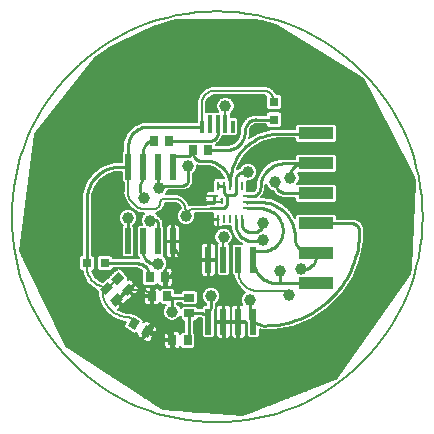
<source format=gtl>
G75*
G70*
%OFA0B0*%
%FSLAX24Y24*%
%IPPOS*%
%LPD*%
%AMOC8*
5,1,8,0,0,1.08239X$1,22.5*
%
%ADD10C,0.0080*%
%ADD11R,0.0197X0.0866*%
%ADD12R,0.1181X0.0394*%
%ADD13R,0.0110X0.0276*%
%ADD14R,0.0276X0.0110*%
%ADD15R,0.0138X0.0433*%
%ADD16R,0.0138X0.0591*%
%ADD17R,0.0354X0.0276*%
%ADD18R,0.0276X0.0354*%
%ADD19R,0.0315X0.0315*%
%ADD20R,0.0240X0.0870*%
%ADD21C,0.0100*%
%ADD22C,0.0060*%
%ADD23C,0.0396*%
D10*
X004215Y003433D02*
X004220Y003456D01*
X004222Y003479D01*
X004220Y003503D01*
X004215Y003526D01*
X004207Y003548D01*
X004196Y003568D01*
X004182Y003587D01*
X004165Y003604D01*
X004146Y003618D01*
X004125Y003629D01*
X004103Y003637D01*
X004080Y003642D01*
X004057Y003644D01*
X003999Y003647D01*
X003940Y003653D01*
X003883Y003663D01*
X003826Y003677D01*
X003770Y003695D01*
X003715Y003716D01*
X003662Y003741D01*
X003611Y003769D01*
X003561Y003801D01*
X003514Y003835D01*
X003469Y003873D01*
X003427Y003913D01*
X003387Y003957D01*
X003350Y004002D01*
X003317Y004050D01*
X003286Y004101D01*
X003259Y004153D01*
X003235Y004206D01*
X003215Y004261D01*
X003199Y004318D01*
X003186Y004375D01*
X003177Y004433D01*
X003172Y004491D01*
X003171Y004550D01*
X003171Y004549D02*
X003349Y004648D01*
X003388Y004648D01*
X003382Y004635D01*
X003374Y004624D01*
X003363Y004615D01*
X003351Y004609D01*
X003337Y004606D01*
X003323Y004605D01*
X003310Y004608D01*
X002652Y005266D02*
X002652Y005451D01*
X002652Y005266D02*
X002658Y005215D01*
X002668Y005166D01*
X002682Y005117D01*
X002699Y005069D01*
X002720Y005023D01*
X002744Y004978D01*
X002772Y004935D01*
X002803Y004895D01*
X002836Y004856D01*
X002873Y004821D01*
X002912Y004788D01*
X002953Y004759D01*
X002996Y004732D01*
X003041Y004709D01*
X003088Y004689D01*
X003136Y004673D01*
X003186Y004660D01*
X003236Y004651D01*
X003286Y004646D01*
X003337Y004645D01*
X003388Y004648D01*
X005520Y006182D02*
X005520Y006662D01*
X005521Y006667D01*
X005524Y006672D01*
X005529Y006675D01*
X005534Y006676D01*
X005534Y006675D02*
X005534Y006774D01*
X005533Y006774D02*
X005531Y006796D01*
X005527Y006818D01*
X005519Y006839D01*
X005508Y006859D01*
X005495Y006877D01*
X005479Y006893D01*
X005461Y006906D01*
X005441Y006917D01*
X005420Y006925D01*
X005398Y006929D01*
X005376Y006931D01*
X000140Y006990D02*
X000148Y007326D01*
X000173Y007661D01*
X000214Y007995D01*
X000272Y008326D01*
X000345Y008654D01*
X000435Y008978D01*
X000540Y009298D01*
X000661Y009611D01*
X000798Y009919D01*
X000949Y010219D01*
X001115Y010512D01*
X001294Y010796D01*
X001488Y011071D01*
X001695Y011336D01*
X001914Y011590D01*
X002146Y011834D01*
X002390Y012066D01*
X002644Y012285D01*
X002909Y012492D01*
X003184Y012686D01*
X003468Y012865D01*
X003761Y013031D01*
X004061Y013182D01*
X004369Y013319D01*
X004682Y013440D01*
X005002Y013545D01*
X005326Y013635D01*
X005654Y013708D01*
X005985Y013766D01*
X006319Y013807D01*
X006654Y013832D01*
X006990Y013840D01*
X007326Y013832D01*
X007661Y013807D01*
X007995Y013766D01*
X008326Y013708D01*
X008654Y013635D01*
X008978Y013545D01*
X009298Y013440D01*
X009611Y013319D01*
X009919Y013182D01*
X010219Y013031D01*
X010512Y012865D01*
X010796Y012686D01*
X011071Y012492D01*
X011336Y012285D01*
X011590Y012066D01*
X011834Y011834D01*
X012066Y011590D01*
X012285Y011336D01*
X012492Y011071D01*
X012686Y010796D01*
X012865Y010512D01*
X013031Y010219D01*
X013182Y009919D01*
X013319Y009611D01*
X013440Y009298D01*
X013545Y008978D01*
X013635Y008654D01*
X013708Y008326D01*
X013766Y007995D01*
X013807Y007661D01*
X013832Y007326D01*
X013840Y006990D01*
X013832Y006654D01*
X013807Y006319D01*
X013766Y005985D01*
X013708Y005654D01*
X013635Y005326D01*
X013545Y005002D01*
X013440Y004682D01*
X013319Y004369D01*
X013182Y004061D01*
X013031Y003761D01*
X012865Y003468D01*
X012686Y003184D01*
X012492Y002909D01*
X012285Y002644D01*
X012066Y002390D01*
X011834Y002146D01*
X011590Y001914D01*
X011336Y001695D01*
X011071Y001488D01*
X010796Y001294D01*
X010512Y001115D01*
X010219Y000949D01*
X009919Y000798D01*
X009611Y000661D01*
X009298Y000540D01*
X008978Y000435D01*
X008654Y000345D01*
X008326Y000272D01*
X007995Y000214D01*
X007661Y000173D01*
X007326Y000148D01*
X006990Y000140D01*
X006654Y000148D01*
X006319Y000173D01*
X005985Y000214D01*
X005654Y000272D01*
X005326Y000345D01*
X005002Y000435D01*
X004682Y000540D01*
X004369Y000661D01*
X004061Y000798D01*
X003761Y000949D01*
X003468Y001115D01*
X003184Y001294D01*
X002909Y001488D01*
X002644Y001695D01*
X002390Y001914D01*
X002146Y002146D01*
X001914Y002390D01*
X001695Y002644D01*
X001488Y002909D01*
X001294Y003184D01*
X001115Y003468D01*
X000949Y003761D01*
X000798Y004061D01*
X000661Y004369D01*
X000540Y004682D01*
X000435Y005002D01*
X000345Y005326D01*
X000272Y005654D01*
X000214Y005985D01*
X000173Y006319D01*
X000148Y006654D01*
X000140Y006990D01*
X006479Y010022D02*
X006479Y010471D01*
X006479Y010750D01*
X006478Y010750D02*
X006480Y010792D01*
X006486Y010833D01*
X006495Y010874D01*
X006509Y010914D01*
X006525Y010952D01*
X006546Y010988D01*
X006569Y011023D01*
X006596Y011055D01*
X006626Y011085D01*
X006658Y011112D01*
X006693Y011135D01*
X006729Y011156D01*
X006767Y011172D01*
X006807Y011186D01*
X006848Y011195D01*
X006889Y011201D01*
X006931Y011203D01*
X007057Y011203D01*
X008522Y011203D01*
X008559Y011201D01*
X008595Y011196D01*
X008631Y011187D01*
X008665Y011175D01*
X008698Y011159D01*
X008730Y011140D01*
X008759Y011118D01*
X008786Y011093D01*
X008811Y011066D01*
X008833Y011037D01*
X008852Y011005D01*
X008868Y010972D01*
X008880Y010938D01*
X008889Y010902D01*
X008894Y010866D01*
X008896Y010829D01*
X007270Y010683D02*
X007270Y010085D01*
X007269Y010083D01*
X007268Y010082D01*
X007266Y010081D01*
X006498Y010002D02*
X006490Y010004D01*
X006484Y010008D01*
X006480Y010014D01*
X006478Y010022D01*
X007705Y005433D02*
X007705Y005154D01*
X007707Y005105D01*
X007713Y005056D01*
X007722Y005008D01*
X007736Y004961D01*
X007752Y004915D01*
X007773Y004871D01*
X007797Y004828D01*
X007824Y004787D01*
X007855Y004749D01*
X007888Y004713D01*
X007924Y004680D01*
X007962Y004649D01*
X008003Y004622D01*
X008046Y004598D01*
X008090Y004577D01*
X008136Y004561D01*
X008183Y004547D01*
X008231Y004538D01*
X008280Y004532D01*
X008329Y004530D01*
X009266Y004530D01*
X009287Y004526D01*
X009307Y004520D01*
X009326Y004510D01*
X009344Y004498D01*
X009359Y004483D01*
X009372Y004466D01*
X009381Y004447D01*
X009388Y004427D01*
X009392Y004406D01*
X009392Y004384D01*
D11*
X005520Y006182D03*
X005020Y006182D03*
X004520Y006182D03*
X004020Y006182D03*
X004024Y008665D03*
X004524Y008665D03*
X005024Y008665D03*
X005520Y008665D03*
D12*
X010290Y008778D03*
X010290Y009778D03*
X010290Y007778D03*
X010290Y006778D03*
X010290Y005778D03*
X010290Y004778D03*
D13*
X007817Y006927D03*
X007620Y006927D03*
X007423Y006927D03*
X007227Y006927D03*
X007030Y006927D03*
X007030Y008030D03*
X007227Y008030D03*
X007423Y008030D03*
X007620Y008030D03*
X007817Y008030D03*
D14*
X007975Y007675D03*
X007975Y007479D03*
X007975Y007282D03*
X006872Y007282D03*
X006872Y007479D03*
X006872Y007675D03*
D15*
X006498Y010002D03*
X007522Y010002D03*
D16*
X007266Y010081D03*
X007010Y010081D03*
X006754Y010081D03*
D17*
X006061Y004294D03*
X006061Y003782D03*
D18*
X005329Y004349D03*
X004817Y004349D03*
X004750Y004975D03*
X005262Y004975D03*
G36*
X004070Y004781D02*
X004255Y004576D01*
X003994Y004339D01*
X003809Y004544D01*
X004070Y004781D01*
G37*
G36*
X003727Y005161D02*
X003912Y004956D01*
X003651Y004719D01*
X003466Y004924D01*
X003727Y005161D01*
G37*
G36*
X003352Y004828D02*
X003534Y004620D01*
X003268Y004388D01*
X003086Y004596D01*
X003352Y004828D01*
G37*
G36*
X003689Y004443D02*
X003871Y004235D01*
X003605Y004003D01*
X003423Y004211D01*
X003689Y004443D01*
G37*
G36*
X004189Y003655D02*
X004425Y003514D01*
X004243Y003211D01*
X004007Y003352D01*
X004189Y003655D01*
G37*
G36*
X004628Y003392D02*
X004864Y003251D01*
X004682Y002948D01*
X004446Y003089D01*
X004628Y003392D01*
G37*
X005498Y002880D03*
X006010Y002880D03*
X006191Y009215D03*
X006703Y009215D03*
X005392Y009534D03*
X004880Y009534D03*
D19*
X008896Y010238D03*
X008896Y010829D03*
X003242Y005451D03*
X002652Y005451D03*
D20*
X006705Y005560D03*
X007205Y005560D03*
X007705Y005560D03*
X008205Y005560D03*
X008205Y003500D03*
X007705Y003500D03*
X007205Y003500D03*
X006705Y003500D03*
D21*
X006694Y003501D01*
X006685Y003505D01*
X006676Y003512D01*
X006669Y003520D01*
X006665Y003530D01*
X006664Y003541D01*
X006664Y003876D01*
X006684Y003878D01*
X006704Y003882D01*
X006723Y003890D01*
X006740Y003901D01*
X006756Y003914D01*
X006769Y003930D01*
X006780Y003947D01*
X006788Y003966D01*
X006792Y003986D01*
X006794Y004006D01*
X006794Y004349D01*
X006423Y003782D02*
X006061Y003782D01*
X006061Y002931D01*
X006059Y002918D01*
X006054Y002905D01*
X006046Y002895D01*
X006035Y002887D01*
X006023Y002882D01*
X006010Y002880D01*
X005884Y002447D02*
X005846Y002449D01*
X005809Y002454D01*
X005772Y002464D01*
X005736Y002476D01*
X005702Y002493D01*
X005670Y002512D01*
X005639Y002535D01*
X005611Y002560D01*
X005586Y002588D01*
X005563Y002619D01*
X005544Y002651D01*
X005527Y002685D01*
X005515Y002721D01*
X005505Y002758D01*
X005500Y002795D01*
X005498Y002833D01*
X005498Y002880D01*
X005496Y002912D01*
X005491Y002945D01*
X005482Y002976D01*
X005469Y003006D01*
X005454Y003034D01*
X005435Y003061D01*
X005413Y003085D01*
X005389Y003107D01*
X005362Y003126D01*
X005334Y003141D01*
X005304Y003154D01*
X005273Y003163D01*
X005240Y003168D01*
X005208Y003170D01*
X004655Y003170D01*
X004678Y003172D01*
X004701Y003177D01*
X004722Y003185D01*
X004743Y003196D01*
X004761Y003210D01*
X004777Y003226D01*
X004791Y003244D01*
X004802Y003265D01*
X004810Y003286D01*
X004815Y003309D01*
X004817Y003332D01*
X004817Y004349D01*
X004817Y004498D01*
X004818Y004498D02*
X004820Y004520D01*
X004824Y004542D01*
X004832Y004563D01*
X004843Y004583D01*
X004856Y004601D01*
X004872Y004617D01*
X004890Y004630D01*
X004910Y004641D01*
X004931Y004649D01*
X004953Y004653D01*
X004975Y004655D01*
X004975Y004656D02*
X005191Y004656D01*
X005191Y004655D02*
X005208Y004657D01*
X005224Y004662D01*
X005239Y004670D01*
X005253Y004680D01*
X005263Y004694D01*
X005271Y004709D01*
X005276Y004725D01*
X005278Y004742D01*
X005278Y004959D01*
X005277Y004965D01*
X005273Y004970D01*
X005268Y004974D01*
X005262Y004975D01*
X005293Y004977D01*
X005324Y004982D01*
X005353Y004992D01*
X005382Y005005D01*
X005409Y005021D01*
X005433Y005040D01*
X005455Y005062D01*
X005474Y005086D01*
X005490Y005113D01*
X005503Y005142D01*
X005513Y005171D01*
X005518Y005202D01*
X005520Y005233D01*
X005520Y006182D01*
X005020Y006182D02*
X005020Y006819D01*
X005019Y006819D02*
X005002Y006841D01*
X004983Y006859D01*
X004960Y006875D01*
X004936Y006887D01*
X004910Y006896D01*
X004883Y006901D01*
X004856Y006902D01*
X004829Y006899D01*
X004803Y006893D01*
X004777Y006882D01*
X004754Y006868D01*
X004520Y006182D02*
X004520Y005760D01*
X004274Y005451D02*
X003242Y005451D01*
X002652Y005451D02*
X002652Y007573D01*
X002654Y007636D01*
X002659Y007700D01*
X002669Y007763D01*
X002681Y007825D01*
X002698Y007886D01*
X002718Y007946D01*
X002741Y008006D01*
X002768Y008063D01*
X002798Y008119D01*
X002832Y008173D01*
X002868Y008225D01*
X002907Y008275D01*
X002950Y008322D01*
X002995Y008367D01*
X003042Y008410D01*
X003092Y008449D01*
X003144Y008485D01*
X003198Y008519D01*
X003254Y008549D01*
X003311Y008576D01*
X003371Y008599D01*
X003431Y008619D01*
X003492Y008636D01*
X003554Y008648D01*
X003617Y008658D01*
X003681Y008663D01*
X003744Y008665D01*
X004024Y008665D01*
X004023Y008665D01*
X004022Y008666D01*
X004022Y008667D01*
X004022Y008943D01*
X004022Y009333D01*
X004524Y009177D02*
X004524Y008665D01*
X004524Y008268D01*
X004523Y008268D02*
X004498Y008237D01*
X004476Y008203D01*
X004456Y008167D01*
X004440Y008130D01*
X004427Y008092D01*
X004418Y008052D01*
X004412Y008012D01*
X004409Y007972D01*
X004410Y007931D01*
X004415Y007891D01*
X004423Y007851D01*
X004434Y007812D01*
X004449Y007774D01*
X004467Y007738D01*
X004488Y007703D01*
X004512Y007671D01*
X004539Y007640D01*
X004569Y007612D01*
X005062Y007947D02*
X005069Y007962D01*
X005074Y007979D01*
X005075Y007997D01*
X005073Y008014D01*
X005069Y008031D01*
X005061Y008047D01*
X005051Y008061D01*
X005039Y008073D01*
X005024Y008083D01*
X005024Y008665D01*
X005520Y008665D02*
X005520Y009004D01*
X005519Y009012D01*
X005515Y009019D01*
X005509Y009025D01*
X005502Y009029D01*
X005494Y009030D01*
X006006Y009030D01*
X006032Y009032D01*
X006058Y009037D01*
X006083Y009047D01*
X006106Y009059D01*
X006127Y009075D01*
X006146Y009094D01*
X006162Y009115D01*
X006174Y009138D01*
X006184Y009163D01*
X006189Y009189D01*
X006191Y009215D01*
X006186Y009182D01*
X006185Y009148D01*
X006188Y009115D01*
X006194Y009082D01*
X006205Y009050D01*
X006218Y009019D01*
X006235Y008990D01*
X006255Y008963D01*
X006278Y008938D01*
X006304Y008917D01*
X006332Y008898D01*
X006362Y008882D01*
X006393Y008870D01*
X006426Y008862D01*
X006631Y008862D01*
X006703Y009215D02*
X007282Y009215D01*
X006778Y009534D02*
X005392Y009534D01*
X004880Y009533D02*
X004843Y009531D01*
X004806Y009525D01*
X004770Y009516D01*
X004735Y009502D01*
X004702Y009485D01*
X004671Y009465D01*
X004642Y009442D01*
X004615Y009415D01*
X004592Y009386D01*
X004572Y009355D01*
X004555Y009322D01*
X004541Y009287D01*
X004532Y009251D01*
X004526Y009214D01*
X004524Y009177D01*
X004022Y009333D02*
X004024Y009383D01*
X004029Y009433D01*
X004039Y009482D01*
X004052Y009530D01*
X004068Y009577D01*
X004088Y009623D01*
X004112Y009668D01*
X004138Y009710D01*
X004168Y009750D01*
X004201Y009788D01*
X004236Y009823D01*
X004274Y009856D01*
X004314Y009886D01*
X004356Y009912D01*
X004401Y009936D01*
X004447Y009956D01*
X004494Y009972D01*
X004542Y009985D01*
X004591Y009995D01*
X004641Y010000D01*
X004691Y010002D01*
X006498Y010002D01*
X006494Y010003D01*
X006491Y010006D01*
X006490Y010010D01*
X006778Y009534D02*
X006806Y009536D01*
X006834Y009541D01*
X006860Y009549D01*
X006886Y009561D01*
X006910Y009575D01*
X006932Y009592D01*
X006952Y009612D01*
X006969Y009634D01*
X006983Y009658D01*
X006995Y009684D01*
X007003Y009710D01*
X007008Y009738D01*
X007010Y009766D01*
X007010Y010081D01*
X007282Y009215D02*
X007330Y009217D01*
X007377Y009222D01*
X007424Y009231D01*
X007470Y009243D01*
X007515Y009259D01*
X007559Y009278D01*
X007601Y009300D01*
X007641Y009326D01*
X007680Y009354D01*
X007716Y009385D01*
X007750Y009419D01*
X007781Y009455D01*
X007809Y009494D01*
X007835Y009534D01*
X007857Y009576D01*
X007876Y009620D01*
X007892Y009665D01*
X007904Y009711D01*
X007913Y009758D01*
X007918Y009805D01*
X007920Y009853D01*
X007919Y009853D02*
X007921Y009891D01*
X007926Y009928D01*
X007936Y009965D01*
X007948Y010001D01*
X007965Y010035D01*
X007984Y010067D01*
X008007Y010098D01*
X008032Y010126D01*
X008060Y010151D01*
X008091Y010174D01*
X008123Y010193D01*
X008157Y010210D01*
X008193Y010222D01*
X008230Y010232D01*
X008267Y010237D01*
X008305Y010239D01*
X008305Y010238D02*
X008896Y010238D01*
X009046Y009766D02*
X010451Y009766D01*
X010450Y009766D02*
X010436Y009779D01*
X010420Y009791D01*
X010401Y009799D01*
X010382Y009804D01*
X010362Y009805D01*
X010343Y009803D01*
X010323Y009798D01*
X010306Y009789D01*
X010289Y009777D01*
X010290Y008778D02*
X009825Y008778D01*
X009392Y008778D01*
X009227Y008778D01*
X009435Y008388D02*
X009435Y008294D01*
X009301Y007778D02*
X009263Y007780D01*
X009226Y007785D01*
X009189Y007795D01*
X009153Y007807D01*
X009119Y007824D01*
X009087Y007843D01*
X009056Y007866D01*
X009028Y007891D01*
X009003Y007919D01*
X008980Y007950D01*
X008961Y007982D01*
X008944Y008016D01*
X008932Y008052D01*
X008922Y008089D01*
X008917Y008126D01*
X008915Y008164D01*
X007424Y008144D02*
X007426Y008224D01*
X007432Y008303D01*
X007442Y008382D01*
X007455Y008460D01*
X007473Y008538D01*
X007494Y008615D01*
X007519Y008690D01*
X007547Y008765D01*
X007580Y008837D01*
X007616Y008909D01*
X007655Y008978D01*
X007697Y009045D01*
X007743Y009110D01*
X007792Y009173D01*
X007844Y009233D01*
X007899Y009291D01*
X007957Y009346D01*
X008017Y009398D01*
X008080Y009447D01*
X008145Y009493D01*
X008212Y009535D01*
X008281Y009574D01*
X008353Y009610D01*
X008425Y009643D01*
X008500Y009671D01*
X008575Y009696D01*
X008652Y009717D01*
X008730Y009735D01*
X008808Y009748D01*
X008887Y009758D01*
X008966Y009764D01*
X009046Y009766D01*
X008014Y008486D02*
X007876Y008486D01*
X007876Y008487D02*
X007845Y008485D01*
X007815Y008480D01*
X007785Y008470D01*
X007757Y008458D01*
X007731Y008442D01*
X007706Y008423D01*
X007684Y008401D01*
X007665Y008376D01*
X007649Y008350D01*
X007637Y008322D01*
X007627Y008292D01*
X007622Y008262D01*
X007620Y008231D01*
X007620Y008030D01*
X007620Y007821D01*
X007621Y007821D02*
X007619Y007803D01*
X007614Y007786D01*
X007606Y007770D01*
X007594Y007757D01*
X007581Y007745D01*
X007565Y007737D01*
X007548Y007732D01*
X007530Y007730D01*
X007530Y007731D02*
X007313Y007731D01*
X007313Y007372D01*
X007227Y007286D01*
X006876Y007286D01*
X006875Y007284D01*
X006874Y007283D01*
X006872Y007282D01*
X006880Y007471D02*
X006471Y007471D01*
X006341Y007601D01*
X006341Y008171D01*
X006597Y008526D01*
X006631Y008862D02*
X006686Y008859D01*
X006741Y008852D01*
X006796Y008841D01*
X006849Y008826D01*
X006902Y008808D01*
X006953Y008787D01*
X007002Y008762D01*
X007050Y008733D01*
X007096Y008702D01*
X007139Y008667D01*
X007180Y008630D01*
X007218Y008589D01*
X007254Y008547D01*
X007286Y008502D01*
X007316Y008454D01*
X007342Y008405D01*
X007364Y008355D01*
X007383Y008303D01*
X007399Y008249D01*
X007411Y008195D01*
X007419Y008140D01*
X007423Y008085D01*
X007424Y008029D01*
X007423Y008030D02*
X007423Y008144D01*
X007227Y008030D02*
X007227Y007817D01*
X007226Y007817D02*
X007228Y007800D01*
X007233Y007784D01*
X007241Y007769D01*
X007251Y007755D01*
X007265Y007745D01*
X007280Y007737D01*
X007296Y007732D01*
X007313Y007730D01*
X007227Y008030D02*
X007030Y008030D01*
X007030Y008101D01*
X007026Y008034D02*
X007028Y008033D01*
X007029Y008032D01*
X007030Y008030D01*
X006872Y007675D02*
X006872Y007479D01*
X006880Y007471D01*
X006876Y007472D01*
X006873Y007475D01*
X006872Y007479D01*
X006943Y006927D02*
X007030Y006927D01*
X006943Y006927D02*
X006915Y006925D01*
X006887Y006920D01*
X006859Y006912D01*
X006833Y006900D01*
X006809Y006885D01*
X006787Y006868D01*
X006766Y006847D01*
X006749Y006825D01*
X006734Y006801D01*
X006722Y006775D01*
X006714Y006747D01*
X006709Y006719D01*
X006707Y006691D01*
X006707Y005562D01*
X006707Y005561D01*
X006706Y005560D01*
X006705Y005560D01*
X006142Y005560D01*
X006093Y005562D01*
X006045Y005568D01*
X005997Y005577D01*
X005950Y005590D01*
X005904Y005607D01*
X005860Y005628D01*
X005817Y005652D01*
X005776Y005679D01*
X005738Y005709D01*
X005702Y005742D01*
X005669Y005778D01*
X005639Y005816D01*
X005612Y005857D01*
X005588Y005900D01*
X005567Y005944D01*
X005550Y005990D01*
X005537Y006037D01*
X005528Y006085D01*
X005522Y006133D01*
X005520Y006182D01*
X005018Y005436D02*
X004979Y005430D01*
X004941Y005427D01*
X004902Y005428D01*
X004863Y005433D01*
X004825Y005441D01*
X004788Y005452D01*
X004752Y005467D01*
X004718Y005485D01*
X004686Y005506D01*
X004655Y005530D01*
X004627Y005557D01*
X004602Y005586D01*
X004579Y005618D01*
X004559Y005651D01*
X004543Y005686D01*
X004530Y005723D01*
X004520Y005760D01*
X004020Y006182D02*
X004020Y006862D01*
X004020Y006949D01*
X004022Y006951D01*
X005061Y007947D02*
X005063Y007964D01*
X005068Y007980D01*
X005076Y007995D01*
X005086Y008009D01*
X005100Y008019D01*
X005115Y008027D01*
X005131Y008032D01*
X005148Y008034D01*
X005841Y008034D01*
X005866Y008036D01*
X005890Y008041D01*
X005913Y008050D01*
X005935Y008061D01*
X005954Y008076D01*
X005972Y008094D01*
X005987Y008113D01*
X005998Y008135D01*
X006007Y008158D01*
X006012Y008182D01*
X006014Y008207D01*
X006014Y008699D01*
X007975Y007675D02*
X008124Y007675D01*
X007975Y007479D02*
X007976Y007475D01*
X007979Y007472D01*
X007983Y007471D01*
X007975Y007479D02*
X008561Y007479D01*
X008412Y007282D02*
X008152Y007282D01*
X007975Y007282D01*
X007817Y006927D02*
X007817Y006754D01*
X007620Y006731D02*
X007620Y006927D01*
X007817Y006754D02*
X007819Y006723D01*
X007824Y006693D01*
X007834Y006663D01*
X007846Y006635D01*
X007862Y006609D01*
X007881Y006584D01*
X007903Y006562D01*
X007928Y006543D01*
X007954Y006527D01*
X007982Y006515D01*
X008012Y006505D01*
X008042Y006500D01*
X008073Y006498D01*
X008250Y006498D01*
X008412Y007282D02*
X008465Y007280D01*
X008517Y007275D01*
X008570Y007266D01*
X008621Y007253D01*
X008671Y007237D01*
X008721Y007218D01*
X008768Y007195D01*
X008814Y007169D01*
X008859Y007140D01*
X008901Y007108D01*
X008940Y007073D01*
X008978Y007035D01*
X009012Y006995D01*
X009044Y006953D01*
X009073Y006909D01*
X009099Y006863D01*
X009121Y006815D01*
X009141Y006765D01*
X009156Y006715D01*
X011730Y006531D02*
X011726Y006381D01*
X011716Y006231D01*
X011698Y006081D01*
X011673Y005933D01*
X011641Y005786D01*
X011602Y005640D01*
X011556Y005497D01*
X011504Y005356D01*
X011444Y005218D01*
X011379Y005083D01*
X011307Y004951D01*
X011228Y004822D01*
X011144Y004697D01*
X011054Y004577D01*
X010958Y004461D01*
X010857Y004350D01*
X010750Y004243D01*
X010639Y004142D01*
X010523Y004046D01*
X010403Y003956D01*
X010278Y003872D01*
X010150Y003793D01*
X010017Y003721D01*
X009882Y003656D01*
X009744Y003596D01*
X009603Y003544D01*
X009460Y003498D01*
X009314Y003459D01*
X009167Y003427D01*
X009019Y003402D01*
X008869Y003384D01*
X008719Y003374D01*
X008569Y003370D01*
X008205Y003500D01*
X008186Y003502D01*
X008167Y003507D01*
X008149Y003515D01*
X008133Y003526D01*
X008119Y003540D01*
X008108Y003556D01*
X008100Y003574D01*
X008095Y003593D01*
X008093Y003612D01*
X008093Y004223D01*
X007705Y003500D02*
X007205Y003500D01*
X007213Y003498D01*
X007221Y003494D01*
X007225Y003486D01*
X007227Y003478D01*
X007227Y003140D01*
X007660Y003454D02*
X007660Y002664D01*
X007660Y003454D02*
X007662Y003466D01*
X007666Y003476D01*
X007673Y003486D01*
X007683Y003493D01*
X007693Y003497D01*
X007705Y003499D01*
X007227Y003140D02*
X007225Y003088D01*
X007219Y003037D01*
X007210Y002986D01*
X007196Y002936D01*
X007179Y002887D01*
X007158Y002839D01*
X007134Y002794D01*
X007107Y002750D01*
X007076Y002708D01*
X007042Y002669D01*
X007005Y002632D01*
X006966Y002598D01*
X006924Y002567D01*
X006881Y002540D01*
X006835Y002516D01*
X006787Y002495D01*
X006738Y002478D01*
X006688Y002464D01*
X006637Y002455D01*
X006586Y002449D01*
X006534Y002447D01*
X005884Y002447D01*
X006705Y003500D02*
X006703Y003532D01*
X006698Y003563D01*
X006689Y003593D01*
X006677Y003622D01*
X006662Y003650D01*
X006643Y003676D01*
X006622Y003699D01*
X006599Y003720D01*
X006573Y003739D01*
X006545Y003754D01*
X006516Y003766D01*
X006486Y003775D01*
X006455Y003780D01*
X006423Y003782D01*
X006061Y004294D02*
X005384Y004294D01*
X005372Y004295D01*
X005360Y004299D01*
X005350Y004306D01*
X005341Y004315D01*
X005334Y004325D01*
X005330Y004337D01*
X005329Y004349D01*
X005329Y004348D02*
X005352Y004346D01*
X005375Y004341D01*
X005398Y004333D01*
X005418Y004322D01*
X005437Y004308D01*
X005454Y004291D01*
X005468Y004272D01*
X005479Y004252D01*
X005487Y004229D01*
X005492Y004206D01*
X005494Y004183D01*
X005494Y003833D01*
X004750Y004975D02*
X004748Y005016D01*
X004743Y005058D01*
X004734Y005098D01*
X004721Y005138D01*
X004705Y005176D01*
X004686Y005213D01*
X004664Y005248D01*
X004639Y005281D01*
X004611Y005312D01*
X004580Y005340D01*
X004547Y005365D01*
X004512Y005387D01*
X004475Y005406D01*
X004437Y005422D01*
X004397Y005435D01*
X004357Y005444D01*
X004315Y005449D01*
X004274Y005451D01*
X007705Y005433D02*
X007705Y005560D01*
X008205Y005560D02*
X008205Y005868D01*
X008644Y005868D01*
X008205Y005560D02*
X008207Y005504D01*
X008213Y005449D01*
X008223Y005394D01*
X008237Y005340D01*
X008254Y005287D01*
X008276Y005235D01*
X008301Y005185D01*
X008329Y005137D01*
X008361Y005091D01*
X008396Y005048D01*
X008434Y005007D01*
X008475Y004969D01*
X008518Y004934D01*
X008564Y004902D01*
X008612Y004874D01*
X008662Y004849D01*
X008714Y004827D01*
X008767Y004810D01*
X008821Y004796D01*
X008876Y004786D01*
X008931Y004780D01*
X008987Y004778D01*
X009132Y004778D01*
X010290Y004778D01*
X009947Y005262D02*
X009782Y005262D01*
X009947Y005262D02*
X009986Y005271D01*
X010024Y005285D01*
X010061Y005302D01*
X010096Y005322D01*
X010129Y005345D01*
X010160Y005372D01*
X010188Y005401D01*
X010213Y005432D01*
X010236Y005466D01*
X010255Y005501D01*
X010271Y005539D01*
X010283Y005577D01*
X010292Y005617D01*
X010297Y005657D01*
X010298Y005697D01*
X010296Y005738D01*
X010289Y005778D01*
X010290Y005778D02*
X010301Y005797D01*
X010302Y005797D02*
X010257Y005786D01*
X010212Y005779D01*
X010166Y005775D01*
X010120Y005776D01*
X010074Y005779D01*
X010029Y005786D01*
X009984Y005797D01*
X009940Y005812D01*
X009898Y005829D01*
X009857Y005850D01*
X009818Y005874D01*
X009781Y005901D01*
X009746Y005931D01*
X009714Y005964D01*
X009684Y005999D01*
X009657Y006036D01*
X009633Y006075D01*
X009612Y006116D01*
X009595Y006159D01*
X009581Y006202D01*
X010290Y006778D02*
X010561Y006778D01*
X011484Y006778D01*
X011514Y006776D01*
X011543Y006771D01*
X011572Y006762D01*
X011599Y006750D01*
X011624Y006734D01*
X011648Y006716D01*
X011669Y006695D01*
X011687Y006671D01*
X011703Y006646D01*
X011715Y006619D01*
X011724Y006590D01*
X011729Y006561D01*
X011731Y006531D01*
X010290Y007778D02*
X009301Y007778D01*
X008440Y007990D02*
X008442Y008044D01*
X008447Y008097D01*
X008456Y008150D01*
X008469Y008202D01*
X008485Y008254D01*
X008505Y008304D01*
X008528Y008352D01*
X008555Y008399D01*
X008584Y008444D01*
X008617Y008487D01*
X008652Y008527D01*
X008690Y008565D01*
X008730Y008600D01*
X008773Y008633D01*
X008818Y008662D01*
X008865Y008689D01*
X008913Y008712D01*
X008963Y008732D01*
X009015Y008748D01*
X009067Y008761D01*
X009120Y008770D01*
X009173Y008775D01*
X009227Y008777D01*
X009435Y008388D02*
X009437Y008426D01*
X009442Y008464D01*
X009452Y008501D01*
X009465Y008537D01*
X009481Y008572D01*
X009501Y008605D01*
X009524Y008635D01*
X009549Y008664D01*
X009578Y008689D01*
X009608Y008712D01*
X009641Y008732D01*
X009676Y008748D01*
X009712Y008761D01*
X009749Y008771D01*
X009787Y008776D01*
X009825Y008778D01*
X008439Y007990D02*
X008437Y007957D01*
X008432Y007925D01*
X008424Y007893D01*
X008412Y007862D01*
X008397Y007832D01*
X008379Y007805D01*
X008358Y007779D01*
X008335Y007756D01*
X008309Y007735D01*
X008281Y007717D01*
X008252Y007702D01*
X008221Y007690D01*
X008189Y007682D01*
X008157Y007677D01*
X008124Y007675D01*
X008526Y006774D02*
X008524Y006743D01*
X008519Y006713D01*
X008511Y006683D01*
X008499Y006654D01*
X008484Y006627D01*
X008466Y006602D01*
X008445Y006579D01*
X008422Y006558D01*
X008397Y006540D01*
X008370Y006525D01*
X008341Y006513D01*
X008311Y006505D01*
X008281Y006500D01*
X008250Y006498D01*
X008561Y007479D02*
X008628Y007470D01*
X008693Y007456D01*
X008758Y007439D01*
X008822Y007418D01*
X008885Y007394D01*
X008946Y007366D01*
X009005Y007334D01*
X009063Y007299D01*
X009118Y007261D01*
X009171Y007220D01*
X009221Y007175D01*
X009269Y007128D01*
X009314Y007078D01*
X009356Y007026D01*
X009395Y006971D01*
X009430Y006914D01*
X009462Y006855D01*
X009491Y006794D01*
X009516Y006732D01*
X009538Y006668D01*
X009555Y006603D01*
X009569Y006538D01*
X009579Y006471D01*
X009586Y006404D01*
X009588Y006337D01*
X009586Y006270D01*
X009581Y006203D01*
X008530Y006207D02*
X008164Y006187D01*
X008644Y005869D02*
X008693Y005881D01*
X008740Y005897D01*
X008787Y005917D01*
X008831Y005940D01*
X008874Y005966D01*
X008915Y005995D01*
X008954Y006027D01*
X008990Y006062D01*
X009024Y006100D01*
X009054Y006140D01*
X009082Y006182D01*
X009106Y006226D01*
X009127Y006271D01*
X009145Y006318D01*
X009159Y006367D01*
X009170Y006416D01*
X009177Y006466D01*
X009180Y006516D01*
X009179Y006566D01*
X009175Y006616D01*
X009167Y006666D01*
X009156Y006715D01*
X008164Y006188D02*
X008119Y006190D01*
X008075Y006195D01*
X008031Y006205D01*
X007988Y006217D01*
X007946Y006234D01*
X007906Y006253D01*
X007867Y006276D01*
X007830Y006302D01*
X007796Y006332D01*
X007765Y006363D01*
X007735Y006397D01*
X007709Y006434D01*
X007686Y006473D01*
X007667Y006513D01*
X007650Y006555D01*
X007638Y006598D01*
X007628Y006642D01*
X007623Y006686D01*
X007621Y006731D01*
X009089Y005175D02*
X009089Y004821D01*
X009090Y004810D01*
X009095Y004799D01*
X009102Y004791D01*
X009111Y004784D01*
X009121Y004779D01*
X009132Y004778D01*
D22*
X011493Y002371D02*
X002469Y002371D01*
X002380Y002429D02*
X011534Y002429D01*
X011576Y002488D02*
X002292Y002488D01*
X002203Y002546D02*
X011617Y002546D01*
X011658Y002605D02*
X006205Y002605D01*
X006193Y002593D02*
X006258Y002657D01*
X006258Y003103D01*
X006221Y003139D01*
X006221Y003534D01*
X006284Y003534D01*
X006348Y003598D01*
X006348Y003622D01*
X006423Y003622D01*
X006455Y003618D01*
X006475Y003606D01*
X006475Y003019D01*
X006539Y002955D01*
X006871Y002955D01*
X006935Y003019D01*
X006935Y003896D01*
X006954Y003928D01*
X006954Y004081D01*
X006968Y004087D01*
X007055Y004174D01*
X007102Y004287D01*
X007102Y004410D01*
X007055Y004523D01*
X006968Y004610D01*
X006855Y004657D01*
X006732Y004657D01*
X006619Y004610D01*
X006532Y004523D01*
X006485Y004410D01*
X006485Y004287D01*
X006532Y004174D01*
X006619Y004087D01*
X006634Y004081D01*
X006634Y004045D01*
X006539Y004045D01*
X006475Y003980D01*
X006475Y003942D01*
X006348Y003942D01*
X006348Y003965D01*
X006284Y004030D01*
X005839Y004030D01*
X005774Y003965D01*
X005774Y003963D01*
X005756Y004007D01*
X005669Y004094D01*
X005654Y004100D01*
X005654Y004134D01*
X005774Y004134D01*
X005774Y004110D01*
X005839Y004046D01*
X006284Y004046D01*
X006348Y004110D01*
X006348Y004477D01*
X006284Y004541D01*
X005839Y004541D01*
X005774Y004477D01*
X005774Y004454D01*
X005577Y004454D01*
X005577Y004571D01*
X005512Y004636D01*
X005146Y004636D01*
X005081Y004571D01*
X005081Y004557D01*
X005076Y004576D01*
X005059Y004606D01*
X005035Y004630D01*
X005005Y004647D01*
X004972Y004656D01*
X004847Y004656D01*
X004847Y004379D01*
X004787Y004379D01*
X004787Y004656D01*
X004662Y004656D01*
X004629Y004647D01*
X004600Y004630D01*
X004575Y004606D01*
X004558Y004576D01*
X004549Y004543D01*
X004549Y004379D01*
X004787Y004379D01*
X004787Y004319D01*
X004549Y004319D01*
X004549Y004154D01*
X004558Y004121D01*
X004575Y004092D01*
X004600Y004067D01*
X003876Y004067D01*
X003846Y004041D02*
X003970Y004150D01*
X003989Y004178D01*
X003999Y004209D01*
X004003Y004209D01*
X004037Y004216D01*
X004067Y004231D01*
X004189Y004342D01*
X004030Y004518D01*
X004074Y004558D01*
X004234Y004382D01*
X004356Y004492D01*
X004374Y004521D01*
X004385Y004553D01*
X004387Y004587D01*
X004379Y004621D01*
X004364Y004651D01*
X004280Y004744D01*
X004074Y004558D01*
X004034Y004603D01*
X004240Y004789D01*
X004156Y004881D01*
X004127Y004900D01*
X004095Y004910D01*
X004061Y004912D01*
X004027Y004905D01*
X004010Y004896D01*
X004020Y004906D01*
X004025Y004997D01*
X003779Y005269D01*
X003688Y005273D01*
X003358Y004975D01*
X003356Y004939D01*
X003314Y004941D01*
X003183Y004826D01*
X003074Y004861D01*
X002916Y004994D01*
X002820Y005177D01*
X002819Y005184D01*
X002855Y005184D01*
X002919Y005248D01*
X002919Y005654D01*
X002855Y005719D01*
X002812Y005719D01*
X002812Y007573D01*
X002823Y007719D01*
X002913Y007996D01*
X003085Y008232D01*
X003321Y008404D01*
X003598Y008494D01*
X003744Y008505D01*
X003815Y008505D01*
X003815Y008187D01*
X003880Y008122D01*
X003882Y008122D01*
X003882Y007940D01*
X003864Y007801D01*
X003942Y007513D01*
X004124Y007276D01*
X004124Y007276D01*
X004383Y007127D01*
X004383Y007127D01*
X004484Y007114D01*
X004491Y007106D01*
X004540Y007106D01*
X004555Y007104D01*
X004493Y007043D01*
X004446Y006930D01*
X004446Y006807D01*
X004480Y006725D01*
X004376Y006725D01*
X004311Y006660D01*
X004311Y005703D01*
X004376Y005639D01*
X004382Y005639D01*
X004387Y005614D01*
X004389Y005611D01*
X003510Y005611D01*
X003510Y005654D01*
X003445Y005719D01*
X003039Y005719D01*
X002975Y005654D01*
X002975Y005248D01*
X003039Y005184D01*
X003445Y005184D01*
X003510Y005248D01*
X003510Y005291D01*
X004274Y005291D01*
X004336Y005285D01*
X004450Y005238D01*
X004502Y005185D01*
X004502Y004752D01*
X004567Y004687D01*
X004934Y004687D01*
X004998Y004752D01*
X004998Y004766D01*
X005003Y004747D01*
X005020Y004718D01*
X005044Y004693D01*
X005074Y004676D01*
X005107Y004667D01*
X005232Y004667D01*
X005232Y004945D01*
X005292Y004945D01*
X007578Y004945D01*
X007555Y005000D02*
X007673Y004715D01*
X007891Y004498D01*
X007921Y004485D01*
X007918Y004484D01*
X007832Y004397D01*
X007785Y004284D01*
X007785Y004161D01*
X007825Y004065D01*
X007735Y004065D01*
X007735Y003530D01*
X007675Y003530D01*
X007675Y004065D01*
X007568Y004065D01*
X007535Y004056D01*
X007505Y004039D01*
X007481Y004015D01*
X007464Y003985D01*
X007455Y003952D01*
X007446Y003985D01*
X007429Y004015D01*
X007405Y004039D01*
X007375Y004056D01*
X007342Y004065D01*
X007235Y004065D01*
X007235Y003530D01*
X007175Y003530D01*
X007175Y004065D01*
X007068Y004065D01*
X007035Y004056D01*
X007005Y004039D01*
X006981Y004015D01*
X006964Y003985D01*
X006955Y003952D01*
X006955Y003530D01*
X007175Y003530D01*
X007175Y003470D01*
X006955Y003470D01*
X006955Y003048D01*
X006964Y003015D01*
X006981Y002985D01*
X007005Y002961D01*
X007035Y002944D01*
X007068Y002935D01*
X007175Y002935D01*
X007175Y003470D01*
X007235Y003470D01*
X007235Y003530D01*
X007455Y003530D01*
X007455Y003952D01*
X007455Y003530D01*
X007675Y003530D01*
X007675Y003470D01*
X007455Y003470D01*
X007235Y003470D01*
X007235Y002935D01*
X007342Y002935D01*
X007375Y002944D01*
X007405Y002961D01*
X007429Y002985D01*
X007446Y003015D01*
X007455Y003048D01*
X007455Y003470D01*
X007455Y003048D01*
X007464Y003015D01*
X007481Y002985D01*
X007505Y002961D01*
X007535Y002944D01*
X007568Y002935D01*
X007675Y002935D01*
X007675Y003470D01*
X007735Y003470D01*
X007735Y003530D01*
X007938Y003530D01*
X007975Y003466D01*
X007975Y003019D01*
X008039Y002955D01*
X008371Y002955D01*
X008435Y003019D01*
X008435Y003248D01*
X008481Y003231D01*
X008503Y003210D01*
X008541Y003210D01*
X008578Y003197D01*
X008605Y003210D01*
X008896Y003210D01*
X009538Y003337D01*
X010142Y003588D01*
X010686Y003951D01*
X011149Y004414D01*
X011149Y004414D01*
X011513Y004958D01*
X011763Y005562D01*
X011763Y005562D01*
X011891Y006204D01*
X011891Y006640D01*
X011782Y006829D01*
X011782Y006829D01*
X011782Y006829D01*
X011593Y006938D01*
X010990Y006938D01*
X010990Y007020D01*
X010926Y007085D01*
X009653Y007085D01*
X009589Y007020D01*
X009589Y006958D01*
X009473Y007162D01*
X009473Y007162D01*
X009165Y007443D01*
X008786Y007615D01*
X008635Y007631D01*
X008628Y007639D01*
X008570Y007639D01*
X008513Y007645D01*
X008505Y007639D01*
X008444Y007639D01*
X008527Y007721D01*
X008527Y007721D01*
X008599Y007896D01*
X008599Y007990D01*
X008607Y008089D01*
X008610Y008097D01*
X008654Y007989D01*
X008741Y007902D01*
X008835Y007864D01*
X008839Y007854D01*
X008992Y007701D01*
X008992Y007701D01*
X009193Y007618D01*
X009589Y007618D01*
X009589Y007535D01*
X009653Y007471D01*
X010926Y007471D01*
X010990Y007535D01*
X010990Y008020D01*
X010926Y008085D01*
X009662Y008085D01*
X009696Y008119D01*
X009743Y008232D01*
X009743Y008355D01*
X009696Y008468D01*
X009694Y008471D01*
X010926Y008471D01*
X010990Y008535D01*
X010990Y009020D01*
X010926Y009085D01*
X009653Y009085D01*
X009589Y009020D01*
X009589Y008938D01*
X009077Y008938D01*
X008791Y008845D01*
X008548Y008669D01*
X008548Y008669D01*
X008548Y008669D01*
X008372Y008426D01*
X008279Y008140D01*
X008279Y007990D01*
X008276Y007960D01*
X008253Y007904D01*
X008210Y007862D01*
X008158Y007840D01*
X008158Y007841D01*
X007976Y007841D01*
X007982Y007846D01*
X007982Y008178D01*
X008075Y008178D01*
X008189Y008225D01*
X008275Y008312D01*
X008322Y008425D01*
X008322Y008548D01*
X008275Y008661D01*
X008189Y008748D01*
X008075Y008795D01*
X007953Y008795D01*
X007839Y008748D01*
X007753Y008661D01*
X007741Y008633D01*
X007664Y008588D01*
X007695Y008703D01*
X007886Y009034D01*
X008155Y009304D01*
X008486Y009495D01*
X008855Y009593D01*
X009046Y009606D01*
X009589Y009606D01*
X009589Y009535D01*
X009653Y009471D01*
X010926Y009471D01*
X010990Y009535D01*
X010990Y010020D01*
X010926Y010085D01*
X009653Y010085D01*
X009589Y010020D01*
X009589Y009926D01*
X008811Y009926D01*
X008358Y009805D01*
X008052Y009628D01*
X008080Y009694D01*
X008080Y009853D01*
X008084Y009897D01*
X008118Y009978D01*
X008180Y010040D01*
X008261Y010074D01*
X008305Y010078D01*
X008628Y010078D01*
X008628Y010035D01*
X008693Y009971D01*
X009099Y009971D01*
X009163Y010035D01*
X009163Y010441D01*
X009099Y010506D01*
X008693Y010506D01*
X008628Y010441D01*
X008628Y010398D01*
X008197Y010398D01*
X007996Y010315D01*
X007843Y010162D01*
X007760Y009961D01*
X007760Y009853D01*
X007750Y009759D01*
X007679Y009587D01*
X007547Y009455D01*
X007375Y009384D01*
X007282Y009375D01*
X006951Y009375D01*
X006951Y009413D01*
X007065Y009479D01*
X007170Y009661D01*
X007170Y009676D01*
X007380Y009676D01*
X007394Y009689D01*
X007407Y009676D01*
X007636Y009676D01*
X007701Y009740D01*
X007701Y010264D01*
X007636Y010329D01*
X007445Y010329D01*
X007445Y010422D01*
X007445Y010422D01*
X007531Y010509D01*
X007578Y010622D01*
X007578Y010745D01*
X007531Y010858D01*
X007444Y010945D01*
X007331Y010991D01*
X007209Y010991D01*
X007095Y010945D01*
X007009Y010858D01*
X006962Y010745D01*
X006962Y010622D01*
X007009Y010509D01*
X007031Y010486D01*
X006896Y010486D01*
X006882Y010473D01*
X006869Y010486D01*
X006640Y010486D01*
X006629Y010475D01*
X006629Y010750D01*
X006634Y010809D01*
X006680Y010918D01*
X006763Y011002D01*
X006872Y011047D01*
X006931Y011053D01*
X008522Y011053D01*
X008566Y011049D01*
X008628Y011023D01*
X008628Y010626D01*
X008693Y010561D01*
X009099Y010561D01*
X009163Y010626D01*
X009163Y011032D01*
X009099Y011096D01*
X008978Y011096D01*
X008966Y011126D01*
X008819Y011273D01*
X008626Y011353D01*
X006811Y011353D01*
X006590Y011261D01*
X006420Y011092D01*
X006420Y011092D01*
X006329Y010870D01*
X006329Y010274D01*
X006319Y010264D01*
X006319Y010162D01*
X004526Y010162D01*
X004221Y010036D01*
X003988Y009803D01*
X003988Y009803D01*
X003862Y009498D01*
X003862Y009190D01*
X003815Y009144D01*
X003815Y008825D01*
X003546Y008825D01*
X003168Y008703D01*
X002848Y008469D01*
X002614Y008149D01*
X002614Y008149D01*
X002492Y007771D01*
X002492Y005719D01*
X002449Y005719D01*
X002384Y005654D01*
X002384Y005248D01*
X002449Y005184D01*
X002508Y005184D01*
X002517Y005089D01*
X002669Y004796D01*
X002669Y004796D01*
X002922Y004584D01*
X002974Y004567D01*
X002973Y004557D01*
X003021Y004502D01*
X003020Y004385D01*
X003119Y004069D01*
X003310Y003799D01*
X003310Y003799D01*
X003310Y003799D01*
X003576Y003602D01*
X003890Y003496D01*
X003964Y003495D01*
X003889Y003369D01*
X003911Y003281D01*
X004226Y003092D01*
X004314Y003114D01*
X004321Y003127D01*
X004316Y003108D01*
X004315Y003074D01*
X004324Y003040D01*
X004340Y003011D01*
X004364Y002986D01*
X004471Y002922D01*
X004614Y003160D01*
X004665Y003129D01*
X004523Y002891D01*
X004630Y002827D01*
X004663Y002818D01*
X004697Y002817D01*
X004730Y002825D01*
X004760Y002842D01*
X004785Y002866D01*
X004869Y003007D01*
X004665Y003129D01*
X004696Y003180D01*
X004900Y003058D01*
X004984Y003199D01*
X004994Y003232D01*
X004994Y003266D01*
X004986Y003300D01*
X004969Y003329D01*
X004946Y003354D01*
X004838Y003418D01*
X004696Y003180D01*
X004645Y003211D01*
X004787Y003449D01*
X004680Y003513D01*
X004647Y003522D01*
X004613Y003523D01*
X004579Y003515D01*
X004549Y003498D01*
X004535Y003484D01*
X004543Y003497D01*
X004520Y003585D01*
X004206Y003773D01*
X004192Y003770D01*
X004158Y003794D01*
X004059Y003794D01*
X003942Y003804D01*
X003721Y003879D01*
X003688Y003903D01*
X003801Y004002D01*
X003644Y004181D01*
X003689Y004220D01*
X003846Y004041D01*
X003823Y004067D02*
X003744Y004067D01*
X003772Y004126D02*
X003692Y004126D01*
X003721Y004184D02*
X003648Y004184D01*
X003647Y004223D02*
X003695Y004223D01*
X004032Y004560D01*
X004605Y004560D01*
X004817Y004349D01*
X004787Y004360D02*
X004173Y004360D01*
X004201Y004418D02*
X004120Y004418D01*
X004148Y004477D02*
X004067Y004477D01*
X004030Y004518D02*
X003900Y004401D01*
X003898Y004403D01*
X003689Y004220D01*
X003650Y004265D01*
X003781Y004380D01*
X003784Y004377D01*
X003990Y004563D01*
X004030Y004518D01*
X004014Y004535D02*
X003959Y004535D01*
X003984Y004477D02*
X003895Y004477D01*
X003919Y004418D02*
X003830Y004418D01*
X003849Y004360D02*
X003758Y004360D01*
X003782Y004301D02*
X003691Y004301D01*
X003670Y004243D02*
X003715Y004243D01*
X003943Y004126D02*
X004557Y004126D01*
X004549Y004184D02*
X003991Y004184D01*
X004080Y004243D02*
X004549Y004243D01*
X004549Y004301D02*
X004145Y004301D01*
X004274Y004418D02*
X004549Y004418D01*
X004549Y004477D02*
X004339Y004477D01*
X004379Y004535D02*
X004549Y004535D01*
X004568Y004594D02*
X004385Y004594D01*
X004363Y004652D02*
X004649Y004652D01*
X004544Y004711D02*
X004310Y004711D01*
X004243Y004711D02*
X004154Y004711D01*
X004178Y004652D02*
X004089Y004652D01*
X004114Y004594D02*
X004042Y004594D01*
X004049Y004535D02*
X004095Y004535D01*
X004218Y004769D02*
X004502Y004769D01*
X004502Y004828D02*
X004204Y004828D01*
X004148Y004886D02*
X004502Y004886D01*
X004502Y004945D02*
X004022Y004945D01*
X004019Y005003D02*
X004502Y005003D01*
X004502Y005062D02*
X003966Y005062D01*
X003913Y005120D02*
X004502Y005120D01*
X004502Y005179D02*
X003860Y005179D01*
X003807Y005237D02*
X004450Y005237D01*
X004387Y005614D02*
X004387Y005614D01*
X004368Y005647D02*
X004172Y005647D01*
X004164Y005639D02*
X004228Y005703D01*
X004228Y006660D01*
X004198Y006691D01*
X004283Y006776D01*
X004330Y006890D01*
X004330Y007012D01*
X004283Y007126D01*
X004196Y007212D01*
X004083Y007259D01*
X003961Y007259D01*
X003847Y007212D01*
X003761Y007126D01*
X003714Y007012D01*
X003714Y006890D01*
X003761Y006776D01*
X003844Y006693D01*
X003811Y006660D01*
X003811Y005703D01*
X003876Y005639D01*
X004164Y005639D01*
X004228Y005705D02*
X004311Y005705D01*
X004311Y005764D02*
X004228Y005764D01*
X004228Y005822D02*
X004311Y005822D01*
X004311Y005881D02*
X004228Y005881D01*
X004228Y005939D02*
X004311Y005939D01*
X004311Y005998D02*
X004228Y005998D01*
X004228Y006056D02*
X004311Y006056D01*
X004311Y006115D02*
X004228Y006115D01*
X004228Y006173D02*
X004311Y006173D01*
X004311Y006232D02*
X004228Y006232D01*
X004228Y006290D02*
X004311Y006290D01*
X004311Y006349D02*
X004228Y006349D01*
X004228Y006407D02*
X004311Y006407D01*
X004311Y006466D02*
X004228Y006466D01*
X004228Y006524D02*
X004311Y006524D01*
X004311Y006583D02*
X004228Y006583D01*
X004228Y006641D02*
X004311Y006641D01*
X004351Y006700D02*
X004206Y006700D01*
X004265Y006758D02*
X004466Y006758D01*
X004446Y006817D02*
X004300Y006817D01*
X004324Y006875D02*
X004446Y006875D01*
X004448Y006934D02*
X004330Y006934D01*
X004330Y006992D02*
X004472Y006992D01*
X004501Y007051D02*
X004314Y007051D01*
X004290Y007109D02*
X004489Y007109D01*
X004549Y007246D02*
X004864Y007246D01*
X004952Y007106D02*
X004965Y007106D01*
X005140Y007207D01*
X005140Y007207D01*
X005140Y007207D01*
X005241Y007382D01*
X005241Y007461D01*
X005573Y007461D01*
X005615Y007457D01*
X005692Y007425D01*
X005751Y007365D01*
X005781Y007294D01*
X005773Y007291D01*
X005686Y007204D01*
X005639Y007091D01*
X005639Y006968D01*
X005686Y006855D01*
X005773Y006769D01*
X005886Y006722D01*
X006008Y006722D01*
X006122Y006769D01*
X006208Y006855D01*
X006255Y006968D01*
X006255Y007091D01*
X006249Y007106D01*
X006851Y007106D01*
X006845Y007082D01*
X006845Y006927D01*
X006845Y006772D01*
X006854Y006739D01*
X006871Y006710D01*
X006895Y006686D01*
X006924Y006668D01*
X006958Y006660D01*
X007030Y006660D01*
X007102Y006660D01*
X007135Y006668D01*
X007154Y006680D01*
X007460Y006680D01*
X007460Y006591D01*
X007567Y006332D01*
X007765Y006134D01*
X007765Y006134D01*
X007765Y006134D01*
X007837Y006105D01*
X007539Y006105D01*
X007475Y006040D01*
X007475Y005079D01*
X007539Y005015D01*
X007555Y005015D01*
X007555Y005000D01*
X007555Y005003D02*
X006874Y005003D01*
X006875Y005004D02*
X006905Y005021D01*
X006929Y005045D01*
X006946Y005075D01*
X006955Y005108D01*
X006955Y005530D01*
X006735Y005530D01*
X006735Y005590D01*
X006675Y005590D01*
X006675Y006125D01*
X006568Y006125D01*
X006535Y006116D01*
X006505Y006099D01*
X006481Y006075D01*
X006464Y006045D01*
X006455Y006012D01*
X006455Y005590D01*
X006675Y005590D01*
X006675Y005530D01*
X006455Y005530D01*
X006455Y005108D01*
X006464Y005075D01*
X006481Y005045D01*
X006505Y005021D01*
X006535Y005004D01*
X006568Y004995D01*
X006675Y004995D01*
X006675Y005530D01*
X006735Y005530D01*
X006735Y004995D01*
X006842Y004995D01*
X006875Y005004D01*
X006939Y005062D02*
X006992Y005062D01*
X006975Y005079D02*
X007039Y005015D01*
X007371Y005015D01*
X007435Y005079D01*
X007435Y006040D01*
X007398Y006077D01*
X007468Y006147D01*
X007515Y006260D01*
X007515Y006382D01*
X007468Y006496D01*
X007381Y006582D01*
X007268Y006629D01*
X007146Y006629D01*
X007032Y006582D01*
X006946Y006496D01*
X006899Y006382D01*
X006899Y006260D01*
X006946Y006147D01*
X007013Y006079D01*
X006975Y006040D01*
X006975Y005079D01*
X006975Y005120D02*
X006955Y005120D01*
X006955Y005179D02*
X006975Y005179D01*
X006975Y005237D02*
X006955Y005237D01*
X006955Y005296D02*
X006975Y005296D01*
X006975Y005354D02*
X006955Y005354D01*
X006955Y005413D02*
X006975Y005413D01*
X006975Y005471D02*
X006955Y005471D01*
X006955Y005530D02*
X006975Y005530D01*
X006975Y005588D02*
X006735Y005588D01*
X006735Y005590D02*
X006955Y005590D01*
X006955Y006012D01*
X006946Y006045D01*
X006929Y006075D01*
X006905Y006099D01*
X006875Y006116D01*
X006842Y006125D01*
X006735Y006125D01*
X006735Y005590D01*
X006735Y005647D02*
X006675Y005647D01*
X006675Y005705D02*
X006735Y005705D01*
X006735Y005764D02*
X006675Y005764D01*
X006675Y005822D02*
X006735Y005822D01*
X006735Y005881D02*
X006675Y005881D01*
X006675Y005939D02*
X006735Y005939D01*
X006735Y005998D02*
X006675Y005998D01*
X006675Y006056D02*
X006735Y006056D01*
X006735Y006115D02*
X006675Y006115D01*
X006533Y006115D02*
X005748Y006115D01*
X005748Y006163D02*
X005539Y006163D01*
X005539Y006201D01*
X005501Y006201D01*
X005501Y006745D01*
X005404Y006745D01*
X005371Y006736D01*
X005342Y006719D01*
X005317Y006695D01*
X005300Y006665D01*
X005291Y006632D01*
X005291Y006201D01*
X005501Y006201D01*
X005501Y006163D01*
X005291Y006163D01*
X005291Y005732D01*
X005300Y005698D01*
X005317Y005669D01*
X005342Y005645D01*
X005371Y005628D01*
X005404Y005619D01*
X005501Y005619D01*
X005501Y006163D01*
X005539Y006163D01*
X005539Y005619D01*
X005635Y005619D01*
X005669Y005628D01*
X005698Y005645D01*
X005722Y005669D01*
X005739Y005698D01*
X005748Y005732D01*
X005748Y006163D01*
X005748Y006201D02*
X005748Y006632D01*
X005739Y006665D01*
X005722Y006695D01*
X005698Y006719D01*
X005669Y006736D01*
X005635Y006745D01*
X005539Y006745D01*
X005539Y006201D01*
X005748Y006201D01*
X005748Y006232D02*
X006910Y006232D01*
X006899Y006290D02*
X005748Y006290D01*
X005748Y006349D02*
X006899Y006349D01*
X006909Y006407D02*
X005748Y006407D01*
X005748Y006466D02*
X006933Y006466D01*
X006974Y006524D02*
X005748Y006524D01*
X005748Y006583D02*
X007033Y006583D01*
X007030Y006660D02*
X007030Y006927D01*
X007030Y006660D01*
X007030Y006700D02*
X007030Y006700D01*
X007030Y006758D02*
X007030Y006758D01*
X007030Y006817D02*
X007030Y006817D01*
X007030Y006875D02*
X007030Y006875D01*
X007030Y006927D02*
X007030Y006927D01*
X006845Y006927D01*
X007030Y006927D01*
X007030Y006927D01*
X006845Y006934D02*
X006241Y006934D01*
X006255Y006992D02*
X006845Y006992D01*
X006845Y007051D02*
X006255Y007051D01*
X006164Y007247D02*
X006136Y007245D01*
X006108Y007240D01*
X006081Y007230D01*
X006055Y007218D01*
X006032Y007202D01*
X006011Y007183D01*
X005992Y007162D01*
X005976Y007139D01*
X005964Y007113D01*
X005954Y007086D01*
X005949Y007058D01*
X005947Y007030D01*
X005947Y007227D01*
X005945Y007235D01*
X005941Y007241D01*
X005935Y007245D01*
X005927Y007247D01*
X005766Y007285D02*
X005185Y007285D01*
X005218Y007343D02*
X005760Y007343D01*
X005715Y007402D02*
X005241Y007402D01*
X005241Y007460D02*
X005577Y007460D01*
X005573Y007601D02*
X005219Y007601D01*
X005199Y007599D01*
X005179Y007594D01*
X005160Y007585D01*
X005143Y007573D01*
X005129Y007559D01*
X005117Y007542D01*
X005108Y007523D01*
X005103Y007503D01*
X005101Y007483D01*
X005100Y007483D02*
X005098Y007455D01*
X005093Y007427D01*
X005085Y007399D01*
X005073Y007373D01*
X005058Y007349D01*
X005041Y007327D01*
X005020Y007306D01*
X004998Y007289D01*
X004974Y007274D01*
X004948Y007262D01*
X004920Y007254D01*
X004892Y007249D01*
X004864Y007247D01*
X004952Y007106D02*
X005015Y007043D01*
X005024Y007023D01*
X005098Y006987D01*
X005098Y006987D01*
X005098Y006987D01*
X005143Y006922D01*
X005180Y006885D01*
X005180Y006869D01*
X005189Y006855D01*
X005180Y006804D01*
X005180Y006709D01*
X005228Y006660D01*
X005228Y005703D01*
X005207Y005682D01*
X005279Y005610D01*
X005326Y005497D01*
X005326Y005374D01*
X005279Y005261D01*
X005232Y005214D01*
X005232Y005005D01*
X005292Y005005D01*
X005292Y005282D01*
X005417Y005282D01*
X005450Y005273D01*
X005480Y005256D01*
X005504Y005232D01*
X005521Y005202D01*
X005530Y005169D01*
X005530Y005005D01*
X005292Y005005D01*
X005292Y004945D01*
X005530Y004945D01*
X005530Y004780D01*
X005521Y004747D01*
X005504Y004718D01*
X005480Y004693D01*
X005450Y004676D01*
X005417Y004667D01*
X005292Y004667D01*
X005292Y004945D01*
X005292Y005003D02*
X006536Y005003D01*
X006471Y005062D02*
X005530Y005062D01*
X005530Y005120D02*
X006455Y005120D01*
X006455Y005179D02*
X005527Y005179D01*
X005498Y005237D02*
X006455Y005237D01*
X006455Y005296D02*
X005294Y005296D01*
X005292Y005237D02*
X005256Y005237D01*
X005232Y005179D02*
X005292Y005179D01*
X005292Y005120D02*
X005232Y005120D01*
X005232Y005062D02*
X005292Y005062D01*
X005292Y004886D02*
X005232Y004886D01*
X005232Y004828D02*
X005292Y004828D01*
X005292Y004769D02*
X005232Y004769D01*
X005232Y004711D02*
X005292Y004711D01*
X005104Y004594D02*
X005066Y004594D01*
X004985Y004652D02*
X006721Y004652D01*
X006603Y004594D02*
X005554Y004594D01*
X005577Y004535D02*
X005832Y004535D01*
X005774Y004477D02*
X005577Y004477D01*
X005497Y004711D02*
X007677Y004711D01*
X007673Y004715D02*
X007673Y004715D01*
X007650Y004769D02*
X005527Y004769D01*
X005530Y004828D02*
X007626Y004828D01*
X007602Y004886D02*
X005530Y004886D01*
X005027Y004711D02*
X004957Y004711D01*
X004847Y004652D02*
X004787Y004652D01*
X004787Y004594D02*
X004847Y004594D01*
X004847Y004535D02*
X004787Y004535D01*
X004787Y004477D02*
X004847Y004477D01*
X004847Y004418D02*
X004787Y004418D01*
X004787Y004319D02*
X004847Y004319D01*
X004847Y004041D01*
X004972Y004041D01*
X005005Y004050D01*
X005035Y004067D01*
X005059Y004092D01*
X005076Y004121D01*
X005081Y004140D01*
X005081Y004126D01*
X005146Y004061D01*
X005287Y004061D01*
X005233Y004007D01*
X005186Y003894D01*
X005186Y003772D01*
X005233Y003658D01*
X005320Y003572D01*
X005433Y003525D01*
X005556Y003525D01*
X005669Y003572D01*
X005756Y003658D01*
X005774Y003703D01*
X005774Y003598D01*
X005839Y003534D01*
X005901Y003534D01*
X005901Y003167D01*
X005827Y003167D01*
X005762Y003103D01*
X005762Y003089D01*
X005757Y003108D01*
X005740Y003137D01*
X005716Y003161D01*
X005686Y003178D01*
X005653Y003187D01*
X005528Y003187D01*
X005528Y002910D01*
X005468Y002910D01*
X005468Y002850D01*
X005230Y002850D01*
X005230Y002686D01*
X005239Y002653D01*
X005256Y002623D01*
X005281Y002599D01*
X005310Y002582D01*
X005343Y002573D01*
X005468Y002573D01*
X005468Y002850D01*
X005528Y002850D01*
X005528Y002573D01*
X005653Y002573D01*
X005686Y002582D01*
X005716Y002599D01*
X005740Y002623D01*
X005757Y002653D01*
X005762Y002672D01*
X005762Y002657D01*
X005827Y002593D01*
X006193Y002593D01*
X006258Y002663D02*
X011700Y002663D01*
X011741Y002722D02*
X006258Y002722D01*
X006258Y002780D02*
X011782Y002780D01*
X011823Y002839D02*
X006258Y002839D01*
X006258Y002897D02*
X011865Y002897D01*
X011906Y002956D02*
X008371Y002956D01*
X008430Y003014D02*
X011947Y003014D01*
X011989Y003073D02*
X008435Y003073D01*
X008435Y003131D02*
X012030Y003131D01*
X012071Y003190D02*
X008435Y003190D01*
X008038Y002956D02*
X007896Y002956D01*
X007905Y002961D02*
X007929Y002985D01*
X007946Y003015D01*
X007955Y003048D01*
X007955Y003470D01*
X007735Y003470D01*
X007735Y002935D01*
X007842Y002935D01*
X007875Y002944D01*
X007905Y002961D01*
X007946Y003014D02*
X007980Y003014D01*
X007975Y003073D02*
X007955Y003073D01*
X007955Y003131D02*
X007975Y003131D01*
X007975Y003190D02*
X007955Y003190D01*
X007955Y003248D02*
X007975Y003248D01*
X007975Y003307D02*
X007955Y003307D01*
X007955Y003365D02*
X007975Y003365D01*
X007975Y003424D02*
X007955Y003424D01*
X007966Y003482D02*
X007735Y003482D01*
X007735Y003424D02*
X007675Y003424D01*
X007675Y003482D02*
X007235Y003482D01*
X007235Y003424D02*
X007175Y003424D01*
X007175Y003482D02*
X006935Y003482D01*
X006935Y003424D02*
X006955Y003424D01*
X006955Y003365D02*
X006935Y003365D01*
X006935Y003307D02*
X006955Y003307D01*
X006955Y003248D02*
X006935Y003248D01*
X006935Y003190D02*
X006955Y003190D01*
X006955Y003131D02*
X006935Y003131D01*
X006935Y003073D02*
X006955Y003073D01*
X006964Y003014D02*
X006930Y003014D01*
X006871Y002956D02*
X007014Y002956D01*
X007175Y002956D02*
X007235Y002956D01*
X007235Y003014D02*
X007175Y003014D01*
X007175Y003073D02*
X007235Y003073D01*
X007235Y003131D02*
X007175Y003131D01*
X007175Y003190D02*
X007235Y003190D01*
X007235Y003248D02*
X007175Y003248D01*
X007175Y003307D02*
X007235Y003307D01*
X007235Y003365D02*
X007175Y003365D01*
X007175Y003541D02*
X007235Y003541D01*
X007235Y003599D02*
X007175Y003599D01*
X007175Y003658D02*
X007235Y003658D01*
X007235Y003716D02*
X007175Y003716D01*
X007175Y003775D02*
X007235Y003775D01*
X007235Y003833D02*
X007175Y003833D01*
X007175Y003892D02*
X007235Y003892D01*
X007235Y003950D02*
X007175Y003950D01*
X007175Y004009D02*
X007235Y004009D01*
X007059Y004184D02*
X007785Y004184D01*
X007785Y004243D02*
X007083Y004243D01*
X007102Y004301D02*
X007792Y004301D01*
X007816Y004360D02*
X007102Y004360D01*
X007098Y004418D02*
X007853Y004418D01*
X007911Y004477D02*
X007074Y004477D01*
X007043Y004535D02*
X007853Y004535D01*
X007891Y004498D02*
X007891Y004498D01*
X007794Y004594D02*
X006984Y004594D01*
X006866Y004652D02*
X007736Y004652D01*
X007492Y005062D02*
X007417Y005062D01*
X007435Y005120D02*
X007475Y005120D01*
X007475Y005179D02*
X007435Y005179D01*
X007435Y005237D02*
X007475Y005237D01*
X007475Y005296D02*
X007435Y005296D01*
X007435Y005354D02*
X007475Y005354D01*
X007475Y005413D02*
X007435Y005413D01*
X007435Y005471D02*
X007475Y005471D01*
X007475Y005530D02*
X007435Y005530D01*
X007435Y005588D02*
X007475Y005588D01*
X007475Y005647D02*
X007435Y005647D01*
X007435Y005705D02*
X007475Y005705D01*
X007475Y005764D02*
X007435Y005764D01*
X007435Y005822D02*
X007475Y005822D01*
X007475Y005881D02*
X007435Y005881D01*
X007435Y005939D02*
X007475Y005939D01*
X007475Y005998D02*
X007435Y005998D01*
X007419Y006056D02*
X007491Y006056D01*
X007436Y006115D02*
X007812Y006115D01*
X007726Y006173D02*
X007479Y006173D01*
X007503Y006232D02*
X007668Y006232D01*
X007609Y006290D02*
X007515Y006290D01*
X007515Y006349D02*
X007561Y006349D01*
X007567Y006332D02*
X007567Y006332D01*
X007536Y006407D02*
X007505Y006407D01*
X007512Y006466D02*
X007481Y006466D01*
X007488Y006524D02*
X007440Y006524D01*
X007464Y006583D02*
X007380Y006583D01*
X007460Y006641D02*
X005746Y006641D01*
X005717Y006700D02*
X006881Y006700D01*
X006848Y006758D02*
X006097Y006758D01*
X006170Y006817D02*
X006845Y006817D01*
X006845Y006875D02*
X006217Y006875D01*
X006164Y007246D02*
X006837Y007246D01*
X006837Y007247D02*
X006848Y007249D01*
X006858Y007254D01*
X006865Y007261D01*
X006870Y007271D01*
X006872Y007282D01*
X006872Y007479D02*
X006872Y007479D01*
X006872Y007664D01*
X006872Y007675D01*
X006872Y007675D01*
X006604Y007675D01*
X006604Y007603D01*
X006612Y007577D01*
X006604Y007551D01*
X006604Y007479D01*
X006872Y007479D01*
X006872Y007479D01*
X006872Y007479D01*
X006872Y007675D01*
X006872Y007675D01*
X006604Y007675D01*
X006604Y007748D01*
X006613Y007781D01*
X006630Y007810D01*
X006655Y007835D01*
X006684Y007852D01*
X006717Y007861D01*
X006865Y007861D01*
X006865Y008213D01*
X006929Y008278D01*
X007130Y008278D01*
X007216Y008278D01*
X007200Y008332D01*
X007084Y008500D01*
X006921Y008624D01*
X006729Y008692D01*
X006627Y008702D01*
X006474Y008702D01*
X006459Y008692D01*
X006410Y008702D01*
X006360Y008702D01*
X006347Y008715D01*
X006322Y008720D01*
X006322Y008638D01*
X006275Y008525D01*
X006189Y008438D01*
X006174Y008432D01*
X006174Y008118D01*
X006085Y007963D01*
X006085Y007963D01*
X006085Y007963D01*
X005930Y007874D01*
X005364Y007874D01*
X005322Y007773D01*
X005291Y007741D01*
X005671Y007741D01*
X005853Y007665D01*
X005853Y007665D01*
X005853Y007665D01*
X005992Y007526D01*
X006054Y007378D01*
X006068Y007386D01*
X006610Y007386D01*
X006604Y007406D01*
X006604Y007479D01*
X006872Y007479D01*
X007140Y007479D01*
X007140Y007551D01*
X007133Y007577D01*
X007140Y007603D01*
X007140Y007632D01*
X007153Y007625D01*
X007153Y007446D01*
X007140Y007446D01*
X007140Y007479D01*
X006872Y007479D01*
X006872Y007519D02*
X006872Y007519D01*
X006872Y007577D02*
X006872Y007577D01*
X006872Y007636D02*
X006872Y007636D01*
X006865Y007870D02*
X005363Y007870D01*
X005338Y007811D02*
X006631Y007811D01*
X006606Y007753D02*
X005303Y007753D01*
X005783Y007694D02*
X006604Y007694D01*
X006604Y007636D02*
X005883Y007636D01*
X005941Y007577D02*
X006611Y007577D01*
X006604Y007519D02*
X005995Y007519D01*
X006020Y007460D02*
X006604Y007460D01*
X006606Y007402D02*
X006044Y007402D01*
X005708Y007226D02*
X005151Y007226D01*
X005072Y007168D02*
X005671Y007168D01*
X005647Y007109D02*
X004970Y007109D01*
X005008Y007051D02*
X005639Y007051D01*
X005639Y006992D02*
X005088Y006992D01*
X005135Y006934D02*
X005653Y006934D01*
X005678Y006875D02*
X005180Y006875D01*
X005182Y006817D02*
X005724Y006817D01*
X005797Y006758D02*
X005180Y006758D01*
X005189Y006700D02*
X005323Y006700D01*
X005294Y006641D02*
X005228Y006641D01*
X005228Y006583D02*
X005291Y006583D01*
X005291Y006524D02*
X005228Y006524D01*
X005228Y006466D02*
X005291Y006466D01*
X005291Y006407D02*
X005228Y006407D01*
X005228Y006349D02*
X005291Y006349D01*
X005291Y006290D02*
X005228Y006290D01*
X005228Y006232D02*
X005291Y006232D01*
X005228Y006173D02*
X005501Y006173D01*
X005539Y006173D02*
X006935Y006173D01*
X006978Y006115D02*
X006877Y006115D01*
X006940Y006056D02*
X006991Y006056D01*
X006975Y005998D02*
X006955Y005998D01*
X006955Y005939D02*
X006975Y005939D01*
X006975Y005881D02*
X006955Y005881D01*
X006955Y005822D02*
X006975Y005822D01*
X006975Y005764D02*
X006955Y005764D01*
X006955Y005705D02*
X006975Y005705D01*
X006975Y005647D02*
X006955Y005647D01*
X007205Y005560D02*
X007205Y006240D01*
X007205Y006241D02*
X007197Y006251D01*
X007192Y006262D01*
X007189Y006275D01*
X007190Y006288D01*
X007193Y006300D01*
X007198Y006311D01*
X007207Y006321D01*
X006470Y006056D02*
X005748Y006056D01*
X005748Y005998D02*
X006455Y005998D01*
X006455Y005939D02*
X005748Y005939D01*
X005748Y005881D02*
X006455Y005881D01*
X006455Y005822D02*
X005748Y005822D01*
X005748Y005764D02*
X006455Y005764D01*
X006455Y005705D02*
X005741Y005705D01*
X005700Y005647D02*
X006455Y005647D01*
X006455Y005530D02*
X005312Y005530D01*
X005326Y005471D02*
X006455Y005471D01*
X006455Y005413D02*
X005326Y005413D01*
X005318Y005354D02*
X006455Y005354D01*
X006675Y005354D02*
X006735Y005354D01*
X006735Y005296D02*
X006675Y005296D01*
X006675Y005237D02*
X006735Y005237D01*
X006735Y005179D02*
X006675Y005179D01*
X006675Y005120D02*
X006735Y005120D01*
X006735Y005062D02*
X006675Y005062D01*
X006675Y005003D02*
X006735Y005003D01*
X006735Y005413D02*
X006675Y005413D01*
X006675Y005471D02*
X006735Y005471D01*
X006735Y005530D02*
X006675Y005530D01*
X006675Y005588D02*
X005288Y005588D01*
X005242Y005647D02*
X005340Y005647D01*
X005299Y005705D02*
X005228Y005705D01*
X005228Y005764D02*
X005291Y005764D01*
X005291Y005822D02*
X005228Y005822D01*
X005228Y005881D02*
X005291Y005881D01*
X005291Y005939D02*
X005228Y005939D01*
X005228Y005998D02*
X005291Y005998D01*
X005291Y006056D02*
X005228Y006056D01*
X005228Y006115D02*
X005291Y006115D01*
X005501Y006115D02*
X005539Y006115D01*
X005539Y006056D02*
X005501Y006056D01*
X005501Y005998D02*
X005539Y005998D01*
X005539Y005939D02*
X005501Y005939D01*
X005501Y005881D02*
X005539Y005881D01*
X005539Y005822D02*
X005501Y005822D01*
X005501Y005764D02*
X005539Y005764D01*
X005539Y005705D02*
X005501Y005705D01*
X005501Y005647D02*
X005539Y005647D01*
X005539Y006232D02*
X005501Y006232D01*
X005501Y006290D02*
X005539Y006290D01*
X005539Y006349D02*
X005501Y006349D01*
X005501Y006407D02*
X005539Y006407D01*
X005539Y006466D02*
X005501Y006466D01*
X005501Y006524D02*
X005539Y006524D01*
X005539Y006583D02*
X005501Y006583D01*
X005501Y006641D02*
X005539Y006641D01*
X005539Y006700D02*
X005501Y006700D01*
X005927Y007246D02*
X005925Y007283D01*
X005919Y007320D01*
X005910Y007355D01*
X005896Y007390D01*
X005880Y007423D01*
X005859Y007454D01*
X005836Y007483D01*
X005810Y007509D01*
X005781Y007532D01*
X005750Y007553D01*
X005717Y007569D01*
X005682Y007583D01*
X005647Y007592D01*
X005610Y007598D01*
X005573Y007600D01*
X006025Y007928D02*
X006865Y007928D01*
X006865Y007987D02*
X006098Y007987D01*
X006132Y008045D02*
X006865Y008045D01*
X006865Y008104D02*
X006166Y008104D01*
X006174Y008162D02*
X006865Y008162D01*
X006872Y008221D02*
X006174Y008221D01*
X006174Y008279D02*
X007215Y008279D01*
X007195Y008338D02*
X006174Y008338D01*
X006174Y008396D02*
X007155Y008396D01*
X007115Y008455D02*
X006205Y008455D01*
X006264Y008513D02*
X007066Y008513D01*
X006989Y008572D02*
X006295Y008572D01*
X006319Y008630D02*
X006903Y008630D01*
X006737Y008689D02*
X006322Y008689D01*
X006951Y009391D02*
X007391Y009391D01*
X007533Y009449D02*
X007014Y009449D01*
X007065Y009479D02*
X007065Y009479D01*
X007065Y009479D01*
X007082Y009508D02*
X007600Y009508D01*
X007658Y009566D02*
X007115Y009566D01*
X007149Y009625D02*
X007695Y009625D01*
X007719Y009683D02*
X007644Y009683D01*
X007701Y009742D02*
X007743Y009742D01*
X007754Y009800D02*
X007701Y009800D01*
X007701Y009859D02*
X007760Y009859D01*
X007760Y009917D02*
X007701Y009917D01*
X007701Y009976D02*
X007766Y009976D01*
X007790Y010034D02*
X007701Y010034D01*
X007701Y010093D02*
X007814Y010093D01*
X007838Y010151D02*
X007701Y010151D01*
X007701Y010210D02*
X007891Y010210D01*
X007843Y010162D02*
X007843Y010162D01*
X007949Y010268D02*
X007697Y010268D01*
X007638Y010327D02*
X008024Y010327D01*
X007996Y010315D02*
X007996Y010315D01*
X008165Y010385D02*
X007445Y010385D01*
X007466Y010444D02*
X008631Y010444D01*
X008689Y010502D02*
X007525Y010502D01*
X007553Y010561D02*
X012399Y010561D01*
X012370Y010619D02*
X009157Y010619D01*
X009163Y010678D02*
X012340Y010678D01*
X012310Y010736D02*
X009163Y010736D01*
X009163Y010795D02*
X012280Y010795D01*
X012251Y010853D02*
X009163Y010853D01*
X009163Y010912D02*
X012221Y010912D01*
X012191Y010970D02*
X009163Y010970D01*
X009163Y011029D02*
X012161Y011029D01*
X012131Y011087D02*
X009108Y011087D01*
X008946Y011146D02*
X012102Y011146D01*
X012072Y011204D02*
X008888Y011204D01*
X008829Y011263D02*
X012042Y011263D01*
X012012Y011321D02*
X008703Y011321D01*
X008819Y011273D02*
X008819Y011273D01*
X008614Y011029D02*
X006828Y011029D01*
X006731Y010970D02*
X007158Y010970D01*
X007063Y010912D02*
X006677Y010912D01*
X006653Y010853D02*
X007007Y010853D01*
X006983Y010795D02*
X006633Y010795D01*
X006629Y010736D02*
X006962Y010736D01*
X006962Y010678D02*
X006629Y010678D01*
X006629Y010619D02*
X006963Y010619D01*
X006987Y010561D02*
X006629Y010561D01*
X006629Y010502D02*
X007015Y010502D01*
X007382Y010970D02*
X008628Y010970D01*
X008628Y010912D02*
X007477Y010912D01*
X007533Y010853D02*
X008628Y010853D01*
X008628Y010795D02*
X007557Y010795D01*
X007578Y010736D02*
X008628Y010736D01*
X008628Y010678D02*
X007578Y010678D01*
X007577Y010619D02*
X008635Y010619D01*
X009103Y010502D02*
X012429Y010502D01*
X012459Y010444D02*
X009161Y010444D01*
X009163Y010385D02*
X012489Y010385D01*
X012518Y010327D02*
X009163Y010327D01*
X009163Y010268D02*
X012548Y010268D01*
X012578Y010210D02*
X009163Y010210D01*
X009163Y010151D02*
X012608Y010151D01*
X012637Y010093D02*
X009163Y010093D01*
X009162Y010034D02*
X009603Y010034D01*
X009589Y009976D02*
X009104Y009976D01*
X008778Y009917D02*
X008092Y009917D01*
X008080Y009859D02*
X008560Y009859D01*
X008688Y009976D02*
X008117Y009976D01*
X008174Y010034D02*
X008630Y010034D01*
X008358Y009805D02*
X008358Y009805D01*
X008350Y009800D02*
X008080Y009800D01*
X008080Y009742D02*
X008249Y009742D01*
X008148Y009683D02*
X008075Y009683D01*
X008306Y009391D02*
X012995Y009391D01*
X012965Y009449D02*
X008407Y009449D01*
X008535Y009508D02*
X009617Y009508D01*
X009589Y009566D02*
X008753Y009566D01*
X008205Y009332D02*
X013024Y009332D01*
X013054Y009274D02*
X008125Y009274D01*
X008067Y009215D02*
X013084Y009215D01*
X013114Y009157D02*
X008008Y009157D01*
X007950Y009098D02*
X013143Y009098D01*
X013173Y009040D02*
X010971Y009040D01*
X010990Y008981D02*
X013203Y008981D01*
X013233Y008923D02*
X010990Y008923D01*
X010990Y008864D02*
X013262Y008864D01*
X013292Y008806D02*
X010990Y008806D01*
X010990Y008747D02*
X013322Y008747D01*
X013352Y008689D02*
X010990Y008689D01*
X010990Y008630D02*
X013382Y008630D01*
X013411Y008572D02*
X010990Y008572D01*
X010968Y008513D02*
X013441Y008513D01*
X013471Y008455D02*
X009702Y008455D01*
X009726Y008396D02*
X013501Y008396D01*
X013530Y008338D02*
X009743Y008338D01*
X009743Y008279D02*
X013550Y008279D01*
X013541Y008316D02*
X013581Y008142D01*
X013453Y005279D01*
X013409Y005086D01*
X010953Y001605D01*
X010931Y001591D01*
X007857Y000376D01*
X005199Y000573D01*
X001971Y002699D01*
X000435Y005849D01*
X000927Y009766D01*
X002912Y012296D01*
X003507Y012702D01*
X004859Y013325D01*
X005499Y013523D01*
X005663Y013547D01*
X008217Y013563D01*
X008481Y013523D01*
X008951Y013378D01*
X011806Y011637D01*
X011893Y011557D01*
X013541Y008316D01*
X013563Y008221D02*
X009739Y008221D01*
X009714Y008162D02*
X013576Y008162D01*
X013579Y008104D02*
X009681Y008104D01*
X009589Y007577D02*
X008868Y007577D01*
X008786Y007615D02*
X008786Y007615D01*
X008630Y007636D02*
X009150Y007636D01*
X009008Y007694D02*
X008500Y007694D01*
X008540Y007753D02*
X008940Y007753D01*
X008882Y007811D02*
X008564Y007811D01*
X008588Y007870D02*
X008820Y007870D01*
X008839Y007854D02*
X008839Y007854D01*
X008715Y007928D02*
X008599Y007928D01*
X008599Y007987D02*
X008657Y007987D01*
X008631Y008045D02*
X008604Y008045D01*
X008279Y008045D02*
X007982Y008045D01*
X007982Y007987D02*
X008279Y007987D01*
X008263Y007928D02*
X007982Y007928D01*
X007982Y007870D02*
X008219Y007870D01*
X008279Y008104D02*
X007982Y008104D01*
X007982Y008162D02*
X008286Y008162D01*
X008305Y008221D02*
X008178Y008221D01*
X008243Y008279D02*
X008324Y008279D01*
X008343Y008338D02*
X008286Y008338D01*
X008310Y008396D02*
X008362Y008396D01*
X008393Y008455D02*
X008322Y008455D01*
X008322Y008513D02*
X008435Y008513D01*
X008478Y008572D02*
X008312Y008572D01*
X008288Y008630D02*
X008520Y008630D01*
X008576Y008689D02*
X008247Y008689D01*
X008189Y008747D02*
X008657Y008747D01*
X008737Y008806D02*
X007754Y008806D01*
X007788Y008864D02*
X008850Y008864D01*
X008791Y008845D02*
X008791Y008845D01*
X009030Y008923D02*
X007821Y008923D01*
X007855Y008981D02*
X009589Y008981D01*
X009609Y009040D02*
X007891Y009040D01*
X007839Y008747D02*
X007720Y008747D01*
X007691Y008689D02*
X007781Y008689D01*
X007737Y008630D02*
X007675Y008630D01*
X007153Y007577D02*
X007133Y007577D01*
X007140Y007519D02*
X007153Y007519D01*
X007153Y007460D02*
X007140Y007460D01*
X008997Y007519D02*
X009606Y007519D01*
X009339Y007285D02*
X013543Y007285D01*
X013545Y007343D02*
X009274Y007343D01*
X009210Y007402D02*
X013548Y007402D01*
X013551Y007460D02*
X009127Y007460D01*
X009165Y007443D02*
X009165Y007443D01*
X009403Y007226D02*
X013540Y007226D01*
X013537Y007168D02*
X009467Y007168D01*
X009503Y007109D02*
X013535Y007109D01*
X013532Y007051D02*
X010960Y007051D01*
X010990Y006992D02*
X013530Y006992D01*
X013527Y006934D02*
X011600Y006934D01*
X011701Y006875D02*
X013524Y006875D01*
X013522Y006817D02*
X011789Y006817D01*
X011822Y006758D02*
X013519Y006758D01*
X013517Y006700D02*
X011856Y006700D01*
X011890Y006641D02*
X013514Y006641D01*
X013511Y006583D02*
X011891Y006583D01*
X011891Y006524D02*
X013509Y006524D01*
X013506Y006466D02*
X011891Y006466D01*
X011891Y006407D02*
X013504Y006407D01*
X013501Y006349D02*
X011891Y006349D01*
X011891Y006290D02*
X013498Y006290D01*
X013496Y006232D02*
X011891Y006232D01*
X011884Y006173D02*
X013493Y006173D01*
X013491Y006115D02*
X011873Y006115D01*
X011861Y006056D02*
X013488Y006056D01*
X013485Y005998D02*
X011849Y005998D01*
X011838Y005939D02*
X013483Y005939D01*
X013480Y005881D02*
X011826Y005881D01*
X011815Y005822D02*
X013478Y005822D01*
X013475Y005764D02*
X011803Y005764D01*
X011791Y005705D02*
X013472Y005705D01*
X013470Y005647D02*
X011780Y005647D01*
X011768Y005588D02*
X013467Y005588D01*
X013464Y005530D02*
X011749Y005530D01*
X011725Y005471D02*
X013462Y005471D01*
X013459Y005413D02*
X011701Y005413D01*
X011677Y005354D02*
X013457Y005354D01*
X013454Y005296D02*
X011652Y005296D01*
X011628Y005237D02*
X013444Y005237D01*
X013430Y005179D02*
X011604Y005179D01*
X011580Y005120D02*
X013417Y005120D01*
X013392Y005062D02*
X011556Y005062D01*
X011531Y005003D02*
X013351Y005003D01*
X013309Y004945D02*
X011504Y004945D01*
X011465Y004886D02*
X013268Y004886D01*
X013227Y004828D02*
X011426Y004828D01*
X011386Y004769D02*
X013185Y004769D01*
X013144Y004711D02*
X011347Y004711D01*
X011308Y004652D02*
X013103Y004652D01*
X013062Y004594D02*
X011269Y004594D01*
X011230Y004535D02*
X013020Y004535D01*
X012979Y004477D02*
X011191Y004477D01*
X011152Y004418D02*
X012938Y004418D01*
X012897Y004360D02*
X011095Y004360D01*
X011036Y004301D02*
X012855Y004301D01*
X012814Y004243D02*
X010978Y004243D01*
X010919Y004184D02*
X012773Y004184D01*
X012731Y004126D02*
X010861Y004126D01*
X010802Y004067D02*
X012690Y004067D01*
X012649Y004009D02*
X010744Y004009D01*
X010685Y003950D02*
X012608Y003950D01*
X012566Y003892D02*
X010597Y003892D01*
X010510Y003833D02*
X012525Y003833D01*
X012484Y003775D02*
X010422Y003775D01*
X010335Y003716D02*
X012443Y003716D01*
X012401Y003658D02*
X010247Y003658D01*
X010159Y003599D02*
X012360Y003599D01*
X012319Y003541D02*
X010029Y003541D01*
X009887Y003482D02*
X012277Y003482D01*
X012236Y003424D02*
X009746Y003424D01*
X009605Y003365D02*
X012195Y003365D01*
X012154Y003307D02*
X009383Y003307D01*
X009089Y003248D02*
X012112Y003248D01*
X011452Y002312D02*
X002558Y002312D01*
X002647Y002254D02*
X011411Y002254D01*
X011369Y002195D02*
X002736Y002195D01*
X002825Y002137D02*
X011328Y002137D01*
X011287Y002078D02*
X002913Y002078D01*
X003002Y002020D02*
X011246Y002020D01*
X011204Y001961D02*
X003091Y001961D01*
X003180Y001903D02*
X011163Y001903D01*
X011122Y001844D02*
X003269Y001844D01*
X003358Y001786D02*
X011080Y001786D01*
X011039Y001727D02*
X003446Y001727D01*
X003535Y001669D02*
X010998Y001669D01*
X010957Y001610D02*
X003624Y001610D01*
X003713Y001552D02*
X010833Y001552D01*
X010685Y001493D02*
X003802Y001493D01*
X003891Y001435D02*
X010537Y001435D01*
X010389Y001376D02*
X003979Y001376D01*
X004068Y001318D02*
X010241Y001318D01*
X010093Y001259D02*
X004157Y001259D01*
X004246Y001201D02*
X009944Y001201D01*
X009796Y001142D02*
X004335Y001142D01*
X004424Y001084D02*
X009648Y001084D01*
X009500Y001025D02*
X004512Y001025D01*
X004601Y000967D02*
X009352Y000967D01*
X009204Y000908D02*
X004690Y000908D01*
X004779Y000850D02*
X009056Y000850D01*
X008907Y000791D02*
X004868Y000791D01*
X004957Y000733D02*
X008759Y000733D01*
X008611Y000674D02*
X005045Y000674D01*
X005134Y000616D02*
X008463Y000616D01*
X008315Y000557D02*
X005413Y000557D01*
X006203Y000499D02*
X008167Y000499D01*
X008019Y000440D02*
X006993Y000440D01*
X007782Y000382D02*
X007870Y000382D01*
X005815Y002605D02*
X005722Y002605D01*
X005760Y002663D02*
X005762Y002663D01*
X005528Y002663D02*
X005468Y002663D01*
X005468Y002605D02*
X005528Y002605D01*
X005528Y002722D02*
X005468Y002722D01*
X005468Y002780D02*
X005528Y002780D01*
X005528Y002839D02*
X005468Y002839D01*
X005468Y002897D02*
X004804Y002897D01*
X004839Y002956D02*
X005230Y002956D01*
X005230Y002910D02*
X005230Y003074D01*
X005239Y003108D01*
X005256Y003137D01*
X005281Y003161D01*
X005310Y003178D01*
X005343Y003187D01*
X005468Y003187D01*
X005468Y002910D01*
X005230Y002910D01*
X005230Y002839D02*
X004755Y002839D01*
X004610Y002839D02*
X001903Y002839D01*
X001874Y002897D02*
X004527Y002897D01*
X004492Y002956D02*
X004562Y002956D01*
X004527Y003014D02*
X004597Y003014D01*
X004562Y003073D02*
X004632Y003073D01*
X004661Y003131D02*
X004597Y003131D01*
X004667Y003131D02*
X004778Y003131D01*
X004759Y003073D02*
X004876Y003073D01*
X004909Y003073D02*
X005230Y003073D01*
X005230Y003014D02*
X004857Y003014D01*
X004944Y003131D02*
X005253Y003131D01*
X005468Y003131D02*
X005528Y003131D01*
X005528Y003073D02*
X005468Y003073D01*
X005468Y003014D02*
X005528Y003014D01*
X005528Y002956D02*
X005468Y002956D01*
X005230Y002780D02*
X001931Y002780D01*
X001960Y002722D02*
X005230Y002722D01*
X005237Y002663D02*
X002025Y002663D01*
X002114Y002605D02*
X005275Y002605D01*
X004979Y003190D02*
X005901Y003190D01*
X005901Y003248D02*
X004994Y003248D01*
X004982Y003307D02*
X005901Y003307D01*
X005901Y003365D02*
X004927Y003365D01*
X004807Y003365D02*
X004737Y003365D01*
X004702Y003307D02*
X004772Y003307D01*
X004737Y003248D02*
X004667Y003248D01*
X004680Y003190D02*
X004702Y003190D01*
X004772Y003424D02*
X005901Y003424D01*
X005901Y003482D02*
X004731Y003482D01*
X004532Y003541D02*
X005395Y003541D01*
X005292Y003599D02*
X004497Y003599D01*
X004399Y003658D02*
X005234Y003658D01*
X005209Y003716D02*
X004301Y003716D01*
X004185Y003775D02*
X005186Y003775D01*
X005186Y003833D02*
X003857Y003833D01*
X003704Y003892D02*
X005186Y003892D01*
X005209Y003950D02*
X003742Y003950D01*
X003795Y004009D02*
X005234Y004009D01*
X005140Y004067D02*
X005034Y004067D01*
X005077Y004126D02*
X005081Y004126D01*
X004847Y004126D02*
X004787Y004126D01*
X004787Y004184D02*
X004847Y004184D01*
X004847Y004243D02*
X004787Y004243D01*
X004787Y004301D02*
X004847Y004301D01*
X004787Y004319D02*
X004787Y004041D01*
X004662Y004041D01*
X004629Y004050D01*
X004600Y004067D01*
X004787Y004067D02*
X004847Y004067D01*
X005594Y003541D02*
X005832Y003541D01*
X005774Y003599D02*
X005696Y003599D01*
X005755Y003658D02*
X005774Y003658D01*
X005754Y004009D02*
X005818Y004009D01*
X005817Y004067D02*
X005696Y004067D01*
X005654Y004126D02*
X005774Y004126D01*
X006305Y004067D02*
X006634Y004067D01*
X006581Y004126D02*
X006348Y004126D01*
X006348Y004184D02*
X006528Y004184D01*
X006504Y004243D02*
X006348Y004243D01*
X006348Y004301D02*
X006485Y004301D01*
X006485Y004360D02*
X006348Y004360D01*
X006348Y004418D02*
X006489Y004418D01*
X006513Y004477D02*
X006348Y004477D01*
X006290Y004535D02*
X006544Y004535D01*
X007006Y004126D02*
X007799Y004126D01*
X007824Y004067D02*
X006954Y004067D01*
X006954Y004009D02*
X006978Y004009D01*
X006954Y003950D02*
X006955Y003950D01*
X006955Y003892D02*
X006935Y003892D01*
X006935Y003833D02*
X006955Y003833D01*
X006955Y003775D02*
X006935Y003775D01*
X006935Y003716D02*
X006955Y003716D01*
X006955Y003658D02*
X006935Y003658D01*
X006935Y003599D02*
X006955Y003599D01*
X006955Y003541D02*
X006935Y003541D01*
X006475Y003541D02*
X006291Y003541D01*
X006348Y003599D02*
X006475Y003599D01*
X006475Y003482D02*
X006221Y003482D01*
X006221Y003424D02*
X006475Y003424D01*
X006475Y003365D02*
X006221Y003365D01*
X006221Y003307D02*
X006475Y003307D01*
X006475Y003248D02*
X006221Y003248D01*
X006221Y003190D02*
X006475Y003190D01*
X006475Y003131D02*
X006230Y003131D01*
X006258Y003073D02*
X006475Y003073D01*
X006480Y003014D02*
X006258Y003014D01*
X006258Y002956D02*
X006538Y002956D01*
X005791Y003131D02*
X005744Y003131D01*
X006348Y003950D02*
X006475Y003950D01*
X006503Y004009D02*
X006305Y004009D01*
X007432Y004009D02*
X007478Y004009D01*
X007455Y003950D02*
X007455Y003950D01*
X007455Y003892D02*
X007455Y003892D01*
X007455Y003833D02*
X007455Y003833D01*
X007455Y003775D02*
X007455Y003775D01*
X007455Y003716D02*
X007455Y003716D01*
X007455Y003658D02*
X007455Y003658D01*
X007455Y003599D02*
X007455Y003599D01*
X007455Y003541D02*
X007455Y003541D01*
X007455Y003424D02*
X007455Y003424D01*
X007455Y003365D02*
X007455Y003365D01*
X007455Y003307D02*
X007455Y003307D01*
X007455Y003248D02*
X007455Y003248D01*
X007455Y003190D02*
X007455Y003190D01*
X007455Y003131D02*
X007455Y003131D01*
X007455Y003073D02*
X007455Y003073D01*
X007446Y003014D02*
X007464Y003014D01*
X007514Y002956D02*
X007396Y002956D01*
X007675Y002956D02*
X007735Y002956D01*
X007735Y003014D02*
X007675Y003014D01*
X007675Y003073D02*
X007735Y003073D01*
X007735Y003131D02*
X007675Y003131D01*
X007675Y003190D02*
X007735Y003190D01*
X007735Y003248D02*
X007675Y003248D01*
X007675Y003307D02*
X007735Y003307D01*
X007735Y003365D02*
X007675Y003365D01*
X007675Y003541D02*
X007735Y003541D01*
X007735Y003599D02*
X007675Y003599D01*
X007675Y003658D02*
X007735Y003658D01*
X007735Y003716D02*
X007675Y003716D01*
X007675Y003775D02*
X007735Y003775D01*
X007735Y003833D02*
X007675Y003833D01*
X007675Y003892D02*
X007735Y003892D01*
X007735Y003950D02*
X007675Y003950D01*
X007675Y004009D02*
X007735Y004009D01*
X008896Y003210D02*
X008896Y003210D01*
X009570Y006992D02*
X009589Y006992D01*
X009620Y007051D02*
X009536Y007051D01*
X010974Y007519D02*
X013553Y007519D01*
X013556Y007577D02*
X010990Y007577D01*
X010990Y007636D02*
X013558Y007636D01*
X013561Y007694D02*
X010990Y007694D01*
X010990Y007753D02*
X013564Y007753D01*
X013566Y007811D02*
X010990Y007811D01*
X010990Y007870D02*
X013569Y007870D01*
X013571Y007928D02*
X010990Y007928D01*
X010990Y007987D02*
X013574Y007987D01*
X013577Y008045D02*
X010965Y008045D01*
X010963Y009508D02*
X012935Y009508D01*
X012905Y009566D02*
X010990Y009566D01*
X010990Y009625D02*
X012876Y009625D01*
X012846Y009683D02*
X010990Y009683D01*
X010990Y009742D02*
X012816Y009742D01*
X012786Y009800D02*
X010990Y009800D01*
X010990Y009859D02*
X012756Y009859D01*
X012727Y009917D02*
X010990Y009917D01*
X010990Y009976D02*
X012697Y009976D01*
X012667Y010034D02*
X010976Y010034D01*
X011983Y011380D02*
X002193Y011380D01*
X002239Y011438D02*
X011953Y011438D01*
X011923Y011497D02*
X002285Y011497D01*
X002331Y011555D02*
X011893Y011555D01*
X011831Y011614D02*
X002376Y011614D01*
X002422Y011672D02*
X011748Y011672D01*
X011652Y011731D02*
X002468Y011731D01*
X002514Y011789D02*
X011556Y011789D01*
X011461Y011848D02*
X002560Y011848D01*
X002606Y011906D02*
X011365Y011906D01*
X011269Y011965D02*
X002652Y011965D01*
X002697Y012023D02*
X011173Y012023D01*
X011077Y012082D02*
X002743Y012082D01*
X002789Y012140D02*
X010981Y012140D01*
X010885Y012199D02*
X002835Y012199D01*
X002881Y012257D02*
X010789Y012257D01*
X010693Y012316D02*
X002940Y012316D01*
X003026Y012374D02*
X010597Y012374D01*
X010501Y012433D02*
X003112Y012433D01*
X003197Y012491D02*
X010405Y012491D01*
X010309Y012550D02*
X003283Y012550D01*
X003369Y012608D02*
X010213Y012608D01*
X010117Y012667D02*
X003455Y012667D01*
X003557Y012725D02*
X010021Y012725D01*
X009925Y012784D02*
X003684Y012784D01*
X003811Y012842D02*
X009830Y012842D01*
X009734Y012901D02*
X003938Y012901D01*
X004065Y012959D02*
X009638Y012959D01*
X009542Y013018D02*
X004192Y013018D01*
X004319Y013076D02*
X009446Y013076D01*
X009350Y013135D02*
X004446Y013135D01*
X004573Y013193D02*
X009254Y013193D01*
X009158Y013252D02*
X004699Y013252D01*
X004826Y013310D02*
X009062Y013310D01*
X008966Y013369D02*
X005000Y013369D01*
X005190Y013427D02*
X008791Y013427D01*
X008601Y013486D02*
X005379Y013486D01*
X005642Y013544D02*
X008339Y013544D01*
X006735Y011321D02*
X002147Y011321D01*
X002101Y011263D02*
X006594Y011263D01*
X006590Y011261D02*
X006590Y011261D01*
X006533Y011204D02*
X002055Y011204D01*
X002009Y011146D02*
X006474Y011146D01*
X006419Y011087D02*
X001964Y011087D01*
X001918Y011029D02*
X006394Y011029D01*
X006370Y010970D02*
X001872Y010970D01*
X001826Y010912D02*
X006346Y010912D01*
X006329Y010853D02*
X001780Y010853D01*
X001734Y010795D02*
X006329Y010795D01*
X006329Y010736D02*
X001688Y010736D01*
X001642Y010678D02*
X006329Y010678D01*
X006329Y010619D02*
X001597Y010619D01*
X001551Y010561D02*
X006329Y010561D01*
X006329Y010502D02*
X001505Y010502D01*
X001459Y010444D02*
X006329Y010444D01*
X006329Y010385D02*
X001413Y010385D01*
X001367Y010327D02*
X006329Y010327D01*
X006323Y010268D02*
X001321Y010268D01*
X001275Y010210D02*
X006319Y010210D01*
X007388Y009683D02*
X007400Y009683D01*
X004549Y007247D02*
X004502Y007255D01*
X004455Y007267D01*
X004410Y007282D01*
X004366Y007301D01*
X004323Y007323D01*
X004283Y007349D01*
X004244Y007377D01*
X004208Y007409D01*
X004175Y007443D01*
X004144Y007480D01*
X004116Y007519D01*
X004092Y007561D01*
X004070Y007604D01*
X004052Y007648D01*
X004038Y007694D01*
X004027Y007741D01*
X004020Y007788D01*
X004017Y007836D01*
X004018Y007884D01*
X004022Y007932D01*
X004022Y007931D02*
X004022Y008943D01*
X003815Y008923D02*
X000821Y008923D01*
X000829Y008981D02*
X003815Y008981D01*
X003815Y009040D02*
X000836Y009040D01*
X000844Y009098D02*
X003815Y009098D01*
X003828Y009157D02*
X000851Y009157D01*
X000858Y009215D02*
X003862Y009215D01*
X003862Y009274D02*
X000866Y009274D01*
X000873Y009332D02*
X003862Y009332D01*
X003862Y009391D02*
X000880Y009391D01*
X000888Y009449D02*
X003862Y009449D01*
X003866Y009508D02*
X000895Y009508D01*
X000902Y009566D02*
X003890Y009566D01*
X003914Y009625D02*
X000910Y009625D01*
X000917Y009683D02*
X003939Y009683D01*
X003963Y009742D02*
X000924Y009742D01*
X000954Y009800D02*
X003987Y009800D01*
X004044Y009859D02*
X001000Y009859D01*
X001046Y009917D02*
X004103Y009917D01*
X004161Y009976D02*
X001092Y009976D01*
X001138Y010034D02*
X004220Y010034D01*
X004221Y010036D02*
X004221Y010036D01*
X004359Y010093D02*
X001184Y010093D01*
X001230Y010151D02*
X004500Y010151D01*
X003815Y008864D02*
X000814Y008864D01*
X000807Y008806D02*
X003486Y008806D01*
X003306Y008747D02*
X000799Y008747D01*
X000792Y008689D02*
X003149Y008689D01*
X003168Y008703D02*
X003168Y008703D01*
X003069Y008630D02*
X000785Y008630D01*
X000777Y008572D02*
X002988Y008572D01*
X002908Y008513D02*
X000770Y008513D01*
X000763Y008455D02*
X002837Y008455D01*
X002848Y008469D02*
X002848Y008469D01*
X002848Y008469D01*
X002794Y008396D02*
X000755Y008396D01*
X000748Y008338D02*
X002752Y008338D01*
X002709Y008279D02*
X000741Y008279D01*
X000733Y008221D02*
X002667Y008221D01*
X002624Y008162D02*
X000726Y008162D01*
X000719Y008104D02*
X002600Y008104D01*
X002581Y008045D02*
X000711Y008045D01*
X000704Y007987D02*
X002562Y007987D01*
X002543Y007928D02*
X000697Y007928D01*
X000689Y007870D02*
X002524Y007870D01*
X002505Y007811D02*
X000682Y007811D01*
X000674Y007753D02*
X002492Y007753D01*
X002492Y007694D02*
X000667Y007694D01*
X000660Y007636D02*
X002492Y007636D01*
X002492Y007577D02*
X000652Y007577D01*
X000645Y007519D02*
X002492Y007519D01*
X002492Y007460D02*
X000638Y007460D01*
X000630Y007402D02*
X002492Y007402D01*
X002492Y007343D02*
X000623Y007343D01*
X000616Y007285D02*
X002492Y007285D01*
X002492Y007226D02*
X000608Y007226D01*
X000601Y007168D02*
X002492Y007168D01*
X002492Y007109D02*
X000594Y007109D01*
X000586Y007051D02*
X002492Y007051D01*
X002492Y006992D02*
X000579Y006992D01*
X000572Y006934D02*
X002492Y006934D01*
X002492Y006875D02*
X000564Y006875D01*
X000557Y006817D02*
X002492Y006817D01*
X002492Y006758D02*
X000550Y006758D01*
X000542Y006700D02*
X002492Y006700D01*
X002492Y006641D02*
X000535Y006641D01*
X000527Y006583D02*
X002492Y006583D01*
X002492Y006524D02*
X000520Y006524D01*
X000513Y006466D02*
X002492Y006466D01*
X002492Y006407D02*
X000505Y006407D01*
X000498Y006349D02*
X002492Y006349D01*
X002492Y006290D02*
X000491Y006290D01*
X000483Y006232D02*
X002492Y006232D01*
X002492Y006173D02*
X000476Y006173D01*
X000469Y006115D02*
X002492Y006115D01*
X002492Y006056D02*
X000461Y006056D01*
X000454Y005998D02*
X002492Y005998D01*
X002492Y005939D02*
X000447Y005939D01*
X000439Y005881D02*
X002492Y005881D01*
X002492Y005822D02*
X000448Y005822D01*
X000477Y005764D02*
X002492Y005764D01*
X002436Y005705D02*
X000505Y005705D01*
X000534Y005647D02*
X002384Y005647D01*
X002384Y005588D02*
X000562Y005588D01*
X000591Y005530D02*
X002384Y005530D01*
X002384Y005471D02*
X000619Y005471D01*
X000648Y005413D02*
X002384Y005413D01*
X002384Y005354D02*
X000676Y005354D01*
X000705Y005296D02*
X002384Y005296D01*
X002395Y005237D02*
X000733Y005237D01*
X000762Y005179D02*
X002509Y005179D01*
X002514Y005120D02*
X000790Y005120D01*
X000819Y005062D02*
X002531Y005062D01*
X002517Y005089D02*
X002517Y005089D01*
X002561Y005003D02*
X000847Y005003D01*
X000876Y004945D02*
X002592Y004945D01*
X002622Y004886D02*
X000904Y004886D01*
X000933Y004828D02*
X002653Y004828D01*
X002701Y004769D02*
X000961Y004769D01*
X000990Y004711D02*
X002770Y004711D01*
X002840Y004652D02*
X001019Y004652D01*
X001047Y004594D02*
X002910Y004594D01*
X002922Y004584D02*
X002922Y004584D01*
X002992Y004535D02*
X001076Y004535D01*
X001104Y004477D02*
X003021Y004477D01*
X003020Y004418D02*
X001133Y004418D01*
X001161Y004360D02*
X003028Y004360D01*
X003020Y004385D02*
X003020Y004385D01*
X003046Y004301D02*
X001190Y004301D01*
X001218Y004243D02*
X003064Y004243D01*
X003083Y004184D02*
X001247Y004184D01*
X001275Y004126D02*
X003101Y004126D01*
X003119Y004069D02*
X003119Y004069D01*
X003120Y004067D02*
X001304Y004067D01*
X001332Y004009D02*
X003162Y004009D01*
X003203Y003950D02*
X001361Y003950D01*
X001389Y003892D02*
X003245Y003892D01*
X003286Y003833D02*
X001418Y003833D01*
X001446Y003775D02*
X003343Y003775D01*
X003422Y003716D02*
X001475Y003716D01*
X001503Y003658D02*
X003501Y003658D01*
X003576Y003602D02*
X003576Y003602D01*
X003583Y003599D02*
X001532Y003599D01*
X001560Y003541D02*
X003757Y003541D01*
X003890Y003496D02*
X003890Y003496D01*
X003956Y003482D02*
X001589Y003482D01*
X001617Y003424D02*
X003921Y003424D01*
X003890Y003365D02*
X001646Y003365D01*
X001674Y003307D02*
X003904Y003307D01*
X003965Y003248D02*
X001703Y003248D01*
X001732Y003190D02*
X004063Y003190D01*
X004160Y003131D02*
X001760Y003131D01*
X001789Y003073D02*
X004316Y003073D01*
X004338Y003014D02*
X001817Y003014D01*
X001846Y002956D02*
X004415Y002956D01*
X003357Y004608D02*
X003689Y004940D01*
X003519Y005120D02*
X002850Y005120D01*
X002880Y005062D02*
X003454Y005062D01*
X003389Y005003D02*
X002911Y005003D01*
X002974Y004945D02*
X003356Y004945D01*
X003251Y004886D02*
X003044Y004886D01*
X003179Y004828D02*
X003185Y004828D01*
X003310Y004608D02*
X003357Y004608D01*
X003583Y005179D02*
X002820Y005179D01*
X002909Y005237D02*
X002986Y005237D01*
X002975Y005296D02*
X002919Y005296D01*
X002919Y005354D02*
X002975Y005354D01*
X002975Y005413D02*
X002919Y005413D01*
X002919Y005471D02*
X002975Y005471D01*
X002975Y005530D02*
X002919Y005530D01*
X002919Y005588D02*
X002975Y005588D01*
X002975Y005647D02*
X002919Y005647D01*
X002868Y005705D02*
X003026Y005705D01*
X002812Y005764D02*
X003811Y005764D01*
X003811Y005822D02*
X002812Y005822D01*
X002812Y005881D02*
X003811Y005881D01*
X003811Y005939D02*
X002812Y005939D01*
X002812Y005998D02*
X003811Y005998D01*
X003811Y006056D02*
X002812Y006056D01*
X002812Y006115D02*
X003811Y006115D01*
X003811Y006173D02*
X002812Y006173D01*
X002812Y006232D02*
X003811Y006232D01*
X003811Y006290D02*
X002812Y006290D01*
X002812Y006349D02*
X003811Y006349D01*
X003811Y006407D02*
X002812Y006407D01*
X002812Y006466D02*
X003811Y006466D01*
X003811Y006524D02*
X002812Y006524D01*
X002812Y006583D02*
X003811Y006583D01*
X003811Y006641D02*
X002812Y006641D01*
X002812Y006700D02*
X003837Y006700D01*
X003779Y006758D02*
X002812Y006758D01*
X002812Y006817D02*
X003744Y006817D01*
X003720Y006875D02*
X002812Y006875D01*
X002812Y006934D02*
X003714Y006934D01*
X003714Y006992D02*
X002812Y006992D01*
X002812Y007051D02*
X003730Y007051D01*
X003754Y007109D02*
X002812Y007109D01*
X002812Y007168D02*
X003803Y007168D01*
X003881Y007226D02*
X002812Y007226D01*
X002812Y007285D02*
X004117Y007285D01*
X004124Y007276D02*
X004124Y007276D01*
X004163Y007226D02*
X004210Y007226D01*
X004241Y007168D02*
X004312Y007168D01*
X004072Y007343D02*
X002812Y007343D01*
X002812Y007402D02*
X004027Y007402D01*
X003982Y007460D02*
X002812Y007460D01*
X002812Y007519D02*
X003940Y007519D01*
X003942Y007513D02*
X003942Y007513D01*
X003924Y007577D02*
X002812Y007577D01*
X002817Y007636D02*
X003908Y007636D01*
X003893Y007694D02*
X002821Y007694D01*
X002834Y007753D02*
X003877Y007753D01*
X003864Y007801D02*
X003864Y007801D01*
X003865Y007811D02*
X002853Y007811D01*
X002872Y007870D02*
X003873Y007870D01*
X003880Y007928D02*
X002891Y007928D01*
X002910Y007987D02*
X003882Y007987D01*
X003882Y008045D02*
X002949Y008045D01*
X002992Y008104D02*
X003882Y008104D01*
X003840Y008162D02*
X003034Y008162D01*
X003077Y008221D02*
X003815Y008221D01*
X003815Y008279D02*
X003150Y008279D01*
X003230Y008338D02*
X003815Y008338D01*
X003815Y008396D02*
X003311Y008396D01*
X003478Y008455D02*
X003815Y008455D01*
X003811Y005705D02*
X003459Y005705D01*
X003510Y005647D02*
X003868Y005647D01*
X003648Y005237D02*
X003499Y005237D01*
D23*
X005018Y005435D03*
X004754Y006868D03*
X005376Y006931D03*
X005947Y007030D03*
X005061Y007947D03*
X004569Y007612D03*
X004022Y006951D03*
X006014Y008699D03*
X006597Y008526D03*
X008014Y008486D03*
X008916Y008164D03*
X009435Y008294D03*
X008526Y006774D03*
X008530Y006207D03*
X009089Y005175D03*
X009782Y005262D03*
X009392Y004384D03*
X008093Y004223D03*
X006794Y004349D03*
X005494Y003833D03*
X007660Y002664D03*
X007207Y006321D03*
X007270Y010683D03*
M02*

</source>
